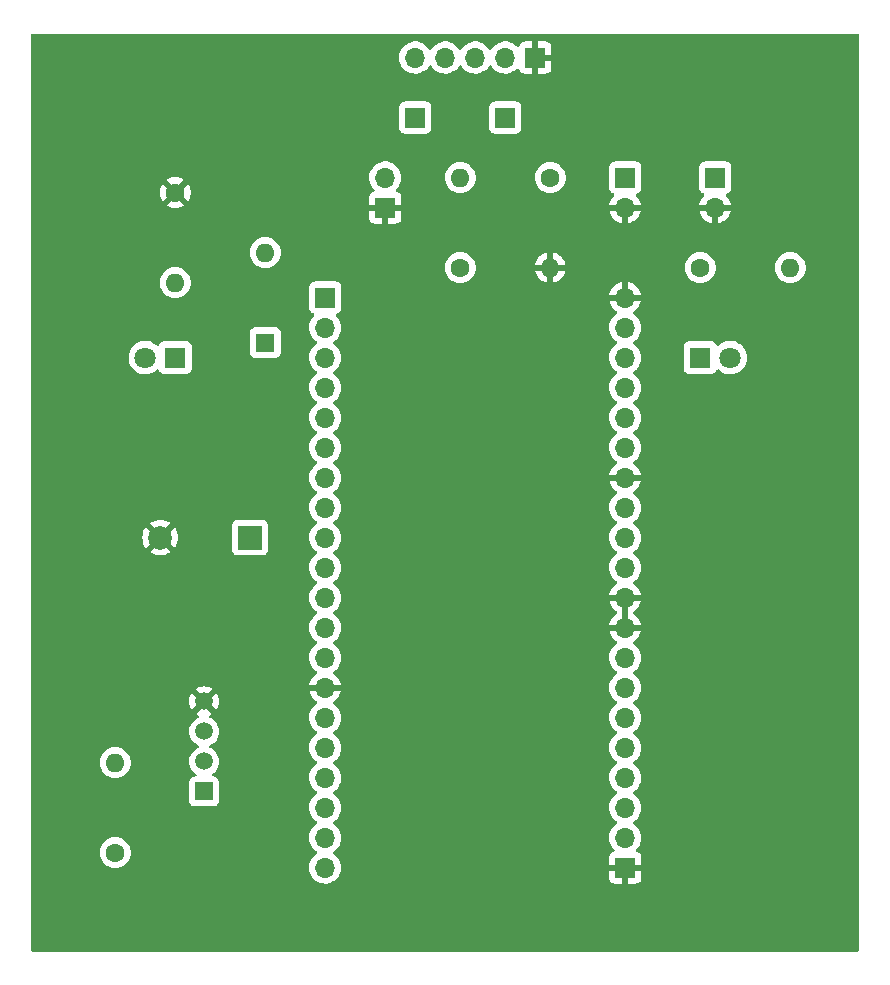
<source format=gbr>
%TF.GenerationSoftware,KiCad,Pcbnew,(6.0.5)*%
%TF.CreationDate,2022-08-03T18:34:55+02:00*%
%TF.ProjectId,Minimist1,4d696e69-6d69-4737-9431-2e6b69636164,rev?*%
%TF.SameCoordinates,Original*%
%TF.FileFunction,Copper,L1,Top*%
%TF.FilePolarity,Positive*%
%FSLAX46Y46*%
G04 Gerber Fmt 4.6, Leading zero omitted, Abs format (unit mm)*
G04 Created by KiCad (PCBNEW (6.0.5)) date 2022-08-03 18:34:55*
%MOMM*%
%LPD*%
G01*
G04 APERTURE LIST*
%TA.AperFunction,ComponentPad*%
%ADD10R,2.000000X2.000000*%
%TD*%
%TA.AperFunction,ComponentPad*%
%ADD11C,2.000000*%
%TD*%
%TA.AperFunction,ComponentPad*%
%ADD12R,1.800000X1.800000*%
%TD*%
%TA.AperFunction,ComponentPad*%
%ADD13C,1.800000*%
%TD*%
%TA.AperFunction,ComponentPad*%
%ADD14C,1.600000*%
%TD*%
%TA.AperFunction,ComponentPad*%
%ADD15O,1.600000X1.600000*%
%TD*%
%TA.AperFunction,ComponentPad*%
%ADD16R,1.700000X1.700000*%
%TD*%
%TA.AperFunction,ComponentPad*%
%ADD17O,1.700000X1.700000*%
%TD*%
%TA.AperFunction,ComponentPad*%
%ADD18R,1.500000X1.500000*%
%TD*%
%TA.AperFunction,ComponentPad*%
%ADD19C,1.500000*%
%TD*%
%TA.AperFunction,ComponentPad*%
%ADD20R,1.600000X1.600000*%
%TD*%
G04 APERTURE END LIST*
D10*
%TO.P,BZ1,1,-*%
%TO.N,/Buzzer*%
X158740000Y-86360000D03*
D11*
%TO.P,BZ1,2,+*%
%TO.N,GND*%
X151140000Y-86360000D03*
%TD*%
D12*
%TO.P,LED1,1,K*%
%TO.N,Net-(LED1-Pad1)*%
X152400000Y-71120000D03*
D13*
%TO.P,LED1,2,A*%
%TO.N,Net-(J1-Pad13)*%
X149860000Y-71120000D03*
%TD*%
D12*
%TO.P,D2,1,K*%
%TO.N,Net-(D2-Pad1)*%
X196850000Y-71120000D03*
D13*
%TO.P,D2,2,A*%
%TO.N,Net-(D2-Pad2)*%
X199390000Y-71120000D03*
%TD*%
D14*
%TO.P,R3,1*%
%TO.N,Net-(D2-Pad1)*%
X196850000Y-63500000D03*
D15*
%TO.P,R3,2*%
%TO.N,0*%
X204470000Y-63500000D03*
%TD*%
D16*
%TO.P,J3,1,Pin_1*%
%TO.N,GND*%
X190500000Y-114300000D03*
D17*
%TO.P,J3,2,Pin_2*%
%TO.N,unconnected-(J3-Pad2)*%
X190500000Y-111760000D03*
%TO.P,J3,3,Pin_3*%
%TO.N,unconnected-(J3-Pad3)*%
X190500000Y-109220000D03*
%TO.P,J3,4,Pin_4*%
%TO.N,unconnected-(J3-Pad4)*%
X190500000Y-106680000D03*
%TO.P,J3,5,Pin_5*%
%TO.N,Net-(D2-Pad2)*%
X190500000Y-104140000D03*
%TO.P,J3,6,Pin_6*%
%TO.N,unconnected-(J3-Pad6)*%
X190500000Y-101600000D03*
%TO.P,J3,7,Pin_7*%
%TO.N,unconnected-(J3-Pad7)*%
X190500000Y-99060000D03*
%TO.P,J3,8,Pin_8*%
%TO.N,unconnected-(J3-Pad8)*%
X190500000Y-96520000D03*
%TO.P,J3,9,Pin_9*%
%TO.N,GND*%
X190500000Y-93980000D03*
%TO.P,J3,10,Pin_10*%
X190500000Y-91440000D03*
%TO.P,J3,11,Pin_11*%
%TO.N,unconnected-(J3-Pad11)*%
X190500000Y-88900000D03*
%TO.P,J3,12,Pin_12*%
%TO.N,unconnected-(J3-Pad12)*%
X190500000Y-86360000D03*
%TO.P,J3,13,Pin_13*%
%TO.N,unconnected-(J3-Pad13)*%
X190500000Y-83820000D03*
%TO.P,J3,14,Pin_14*%
%TO.N,GND*%
X190500000Y-81280000D03*
%TO.P,J3,15,Pin_15*%
%TO.N,unconnected-(J3-Pad15)*%
X190500000Y-78740000D03*
%TO.P,J3,16,Pin_16*%
%TO.N,unconnected-(J3-Pad16)*%
X190500000Y-76200000D03*
%TO.P,J3,17,Pin_17*%
%TO.N,unconnected-(J3-Pad17)*%
X190500000Y-73660000D03*
%TO.P,J3,18,Pin_18*%
%TO.N,unconnected-(J3-Pad18)*%
X190500000Y-71120000D03*
%TO.P,J3,19,Pin_19*%
%TO.N,unconnected-(J3-Pad19)*%
X190500000Y-68580000D03*
%TO.P,J3,20,Pin_20*%
%TO.N,GND*%
X190500000Y-66040000D03*
%TD*%
D14*
%TO.P,R2,1*%
%TO.N,GND*%
X152400000Y-57150000D03*
D15*
%TO.P,R2,2*%
%TO.N,Net-(LED1-Pad1)*%
X152400000Y-64770000D03*
%TD*%
D14*
%TO.P,R1,1*%
%TO.N,VCC*%
X147320000Y-113030000D03*
D15*
%TO.P,R1,2*%
%TO.N,/DHT11_IN*%
X147320000Y-105410000D03*
%TD*%
D18*
%TO.P,U1,1,VCC*%
%TO.N,VCC*%
X154842500Y-107852500D03*
D19*
%TO.P,U1,2,IO*%
%TO.N,/DHT11_IN*%
X154842500Y-105312500D03*
%TO.P,U1,3,NC*%
%TO.N,unconnected-(U1-Pad3)*%
X154842500Y-102772500D03*
%TO.P,U1,4,GND*%
%TO.N,GND*%
X154842500Y-100232500D03*
%TD*%
D20*
%TO.P,D3,1,K*%
%TO.N,Net-(D3-Pad1)*%
X160020000Y-69850000D03*
D15*
%TO.P,D3,2,A*%
%TO.N,/Solar*%
X160020000Y-62230000D03*
%TD*%
D16*
%TO.P,J2,1,Pin_1*%
%TO.N,GND*%
X182880000Y-45720000D03*
D17*
%TO.P,J2,2,Pin_2*%
%TO.N,unconnected-(J2-Pad2)*%
X180340000Y-45720000D03*
%TO.P,J2,3,Pin_3*%
%TO.N,unconnected-(J2-Pad3)*%
X177800000Y-45720000D03*
%TO.P,J2,4,Pin_4*%
%TO.N,/Solar*%
X175260000Y-45720000D03*
%TO.P,J2,5,Pin_5*%
%TO.N,unconnected-(J2-Pad5)*%
X172720000Y-45720000D03*
%TD*%
D16*
%TO.P,J1,1,Pin_1*%
%TO.N,/3.3V*%
X165100000Y-66040000D03*
D17*
%TO.P,J1,2,Pin_2*%
%TO.N,unconnected-(J1-Pad2)*%
X165100000Y-68580000D03*
%TO.P,J1,3,Pin_3*%
%TO.N,unconnected-(J1-Pad3)*%
X165100000Y-71120000D03*
%TO.P,J1,4,Pin_4*%
%TO.N,unconnected-(J1-Pad4)*%
X165100000Y-73660000D03*
%TO.P,J1,5,Pin_5*%
%TO.N,unconnected-(J1-Pad5)*%
X165100000Y-76200000D03*
%TO.P,J1,6,Pin_6*%
%TO.N,unconnected-(J1-Pad6)*%
X165100000Y-78740000D03*
%TO.P,J1,7,Pin_7*%
%TO.N,Net-(D3-Pad1)*%
X165100000Y-81280000D03*
%TO.P,J1,8,Pin_8*%
%TO.N,/Battery*%
X165100000Y-83820000D03*
%TO.P,J1,9,Pin_9*%
%TO.N,unconnected-(J1-Pad9)*%
X165100000Y-86360000D03*
%TO.P,J1,10,Pin_10*%
%TO.N,unconnected-(J1-Pad10)*%
X165100000Y-88900000D03*
%TO.P,J1,11,Pin_11*%
%TO.N,unconnected-(J1-Pad11)*%
X165100000Y-91440000D03*
%TO.P,J1,12,Pin_12*%
%TO.N,/Buzzer*%
X165100000Y-93980000D03*
%TO.P,J1,13,Pin_13*%
%TO.N,Net-(J1-Pad13)*%
X165100000Y-96520000D03*
%TO.P,J1,14,Pin_14*%
%TO.N,GND*%
X165100000Y-99060000D03*
%TO.P,J1,15,Pin_15*%
%TO.N,/DHT11_IN*%
X165100000Y-101600000D03*
%TO.P,J1,16,Pin_16*%
%TO.N,unconnected-(J1-Pad16)*%
X165100000Y-104140000D03*
%TO.P,J1,17,Pin_17*%
%TO.N,unconnected-(J1-Pad17)*%
X165100000Y-106680000D03*
%TO.P,J1,18,Pin_18*%
%TO.N,unconnected-(J1-Pad18)*%
X165100000Y-109220000D03*
%TO.P,J1,19,Pin_19*%
%TO.N,VCC*%
X165100000Y-111760000D03*
%TO.P,J1,20,Pin_20*%
X165100000Y-114300000D03*
%TD*%
D14*
%TO.P,R4,1*%
%TO.N,/Battery_Vin*%
X184150000Y-55880000D03*
D15*
%TO.P,R4,2*%
%TO.N,/Battery*%
X176530000Y-55880000D03*
%TD*%
D16*
%TO.P,VoltRegIn1,1,Pin_1*%
%TO.N,/Battery_Vin*%
X190500000Y-55880000D03*
D17*
%TO.P,VoltRegIn1,2,Pin_2*%
%TO.N,GND*%
X190500000Y-58420000D03*
%TD*%
D16*
%TO.P,BatteryIn1,1,Pin_1*%
%TO.N,/Battery_Vin*%
X198120000Y-55880000D03*
D17*
%TO.P,BatteryIn1,2,Pin_2*%
%TO.N,GND*%
X198120000Y-58420000D03*
%TD*%
D16*
%TO.P,switch2,1,Pin_1*%
%TO.N,/3.3V*%
X172720000Y-50800000D03*
%TD*%
D14*
%TO.P,R5,1*%
%TO.N,/Battery*%
X176530000Y-63500000D03*
D15*
%TO.P,R5,2*%
%TO.N,GND*%
X184150000Y-63500000D03*
%TD*%
D16*
%TO.P,switch1,1,Pin_1*%
%TO.N,/Vout*%
X180340000Y-50800000D03*
%TD*%
%TO.P,VoltRegOut1,1,Pin_1*%
%TO.N,GND*%
X170180000Y-58420000D03*
D17*
%TO.P,VoltRegOut1,2,Pin_2*%
%TO.N,/Vout*%
X170180000Y-55880000D03*
%TD*%
%TA.AperFunction,Conductor*%
%TO.N,GND*%
G36*
X210253621Y-43708502D02*
G01*
X210300114Y-43762158D01*
X210311500Y-43814500D01*
X210311500Y-121285500D01*
X210291498Y-121353621D01*
X210237842Y-121400114D01*
X210185500Y-121411500D01*
X140334500Y-121411500D01*
X140266379Y-121391498D01*
X140219886Y-121337842D01*
X140208500Y-121285500D01*
X140208500Y-113030000D01*
X146006502Y-113030000D01*
X146026457Y-113258087D01*
X146027881Y-113263400D01*
X146027881Y-113263402D01*
X146083941Y-113472617D01*
X146085716Y-113479243D01*
X146088039Y-113484224D01*
X146088039Y-113484225D01*
X146180151Y-113681762D01*
X146180154Y-113681767D01*
X146182477Y-113686749D01*
X146185634Y-113691257D01*
X146304281Y-113860702D01*
X146313802Y-113874300D01*
X146475700Y-114036198D01*
X146480208Y-114039355D01*
X146480211Y-114039357D01*
X146527319Y-114072342D01*
X146663251Y-114167523D01*
X146668233Y-114169846D01*
X146668238Y-114169849D01*
X146865775Y-114261961D01*
X146870757Y-114264284D01*
X146876065Y-114265706D01*
X146876067Y-114265707D01*
X147086598Y-114322119D01*
X147086600Y-114322119D01*
X147091913Y-114323543D01*
X147320000Y-114343498D01*
X147548087Y-114323543D01*
X147553400Y-114322119D01*
X147553402Y-114322119D01*
X147760246Y-114266695D01*
X163737251Y-114266695D01*
X163737548Y-114271848D01*
X163737548Y-114271851D01*
X163743011Y-114366590D01*
X163750110Y-114489715D01*
X163751247Y-114494761D01*
X163751248Y-114494767D01*
X163765606Y-114558475D01*
X163799222Y-114707639D01*
X163883266Y-114914616D01*
X163999987Y-115105088D01*
X164146250Y-115273938D01*
X164318126Y-115416632D01*
X164511000Y-115529338D01*
X164719692Y-115609030D01*
X164724760Y-115610061D01*
X164724763Y-115610062D01*
X164832017Y-115631883D01*
X164938597Y-115653567D01*
X164943772Y-115653757D01*
X164943774Y-115653757D01*
X165156673Y-115661564D01*
X165156677Y-115661564D01*
X165161837Y-115661753D01*
X165166957Y-115661097D01*
X165166959Y-115661097D01*
X165378288Y-115634025D01*
X165378289Y-115634025D01*
X165383416Y-115633368D01*
X165388366Y-115631883D01*
X165592429Y-115570661D01*
X165592434Y-115570659D01*
X165597384Y-115569174D01*
X165797994Y-115470896D01*
X165979860Y-115341173D01*
X166126877Y-115194669D01*
X189142001Y-115194669D01*
X189142371Y-115201490D01*
X189147895Y-115252352D01*
X189151521Y-115267604D01*
X189196676Y-115388054D01*
X189205214Y-115403649D01*
X189281715Y-115505724D01*
X189294276Y-115518285D01*
X189396351Y-115594786D01*
X189411946Y-115603324D01*
X189532394Y-115648478D01*
X189547649Y-115652105D01*
X189598514Y-115657631D01*
X189605328Y-115658000D01*
X190227885Y-115658000D01*
X190243124Y-115653525D01*
X190244329Y-115652135D01*
X190246000Y-115644452D01*
X190246000Y-115639884D01*
X190754000Y-115639884D01*
X190758475Y-115655123D01*
X190759865Y-115656328D01*
X190767548Y-115657999D01*
X191394669Y-115657999D01*
X191401490Y-115657629D01*
X191452352Y-115652105D01*
X191467604Y-115648479D01*
X191588054Y-115603324D01*
X191603649Y-115594786D01*
X191705724Y-115518285D01*
X191718285Y-115505724D01*
X191794786Y-115403649D01*
X191803324Y-115388054D01*
X191848478Y-115267606D01*
X191852105Y-115252351D01*
X191857631Y-115201486D01*
X191858000Y-115194672D01*
X191858000Y-114572115D01*
X191853525Y-114556876D01*
X191852135Y-114555671D01*
X191844452Y-114554000D01*
X190772115Y-114554000D01*
X190756876Y-114558475D01*
X190755671Y-114559865D01*
X190754000Y-114567548D01*
X190754000Y-115639884D01*
X190246000Y-115639884D01*
X190246000Y-114572115D01*
X190241525Y-114556876D01*
X190240135Y-114555671D01*
X190232452Y-114554000D01*
X189160116Y-114554000D01*
X189144877Y-114558475D01*
X189143672Y-114559865D01*
X189142001Y-114567548D01*
X189142001Y-115194669D01*
X166126877Y-115194669D01*
X166138096Y-115183489D01*
X166197594Y-115100689D01*
X166265435Y-115006277D01*
X166268453Y-115002077D01*
X166367430Y-114801811D01*
X166432370Y-114588069D01*
X166461529Y-114366590D01*
X166463156Y-114300000D01*
X166444852Y-114077361D01*
X166390431Y-113860702D01*
X166301354Y-113655840D01*
X166261906Y-113594862D01*
X166182822Y-113472617D01*
X166182820Y-113472614D01*
X166180014Y-113468277D01*
X166029670Y-113303051D01*
X166025619Y-113299852D01*
X166025615Y-113299848D01*
X165858414Y-113167800D01*
X165858410Y-113167798D01*
X165854359Y-113164598D01*
X165813053Y-113141796D01*
X165763084Y-113091364D01*
X165748312Y-113021921D01*
X165773428Y-112955516D01*
X165800780Y-112928909D01*
X165844603Y-112897650D01*
X165979860Y-112801173D01*
X166004323Y-112776796D01*
X166134435Y-112647137D01*
X166138096Y-112643489D01*
X166197594Y-112560689D01*
X166265435Y-112466277D01*
X166268453Y-112462077D01*
X166312354Y-112373251D01*
X166365136Y-112266453D01*
X166365137Y-112266451D01*
X166367430Y-112261811D01*
X166432370Y-112048069D01*
X166461529Y-111826590D01*
X166462227Y-111798039D01*
X166463074Y-111763365D01*
X166463074Y-111763361D01*
X166463156Y-111760000D01*
X166460418Y-111726695D01*
X189137251Y-111726695D01*
X189137548Y-111731848D01*
X189137548Y-111731851D01*
X189143011Y-111826590D01*
X189150110Y-111949715D01*
X189151247Y-111954761D01*
X189151248Y-111954767D01*
X189166806Y-112023802D01*
X189199222Y-112167639D01*
X189283266Y-112374616D01*
X189399987Y-112565088D01*
X189546250Y-112733938D01*
X189550225Y-112737238D01*
X189550231Y-112737244D01*
X189555425Y-112741556D01*
X189595059Y-112800460D01*
X189596555Y-112871441D01*
X189559439Y-112931962D01*
X189519168Y-112956480D01*
X189411946Y-112996676D01*
X189396351Y-113005214D01*
X189294276Y-113081715D01*
X189281715Y-113094276D01*
X189205214Y-113196351D01*
X189196676Y-113211946D01*
X189151522Y-113332394D01*
X189147895Y-113347649D01*
X189142369Y-113398514D01*
X189142000Y-113405328D01*
X189142000Y-114027885D01*
X189146475Y-114043124D01*
X189147865Y-114044329D01*
X189155548Y-114046000D01*
X191839884Y-114046000D01*
X191855123Y-114041525D01*
X191856328Y-114040135D01*
X191857999Y-114032452D01*
X191857999Y-113405331D01*
X191857629Y-113398510D01*
X191852105Y-113347648D01*
X191848479Y-113332396D01*
X191803324Y-113211946D01*
X191794786Y-113196351D01*
X191718285Y-113094276D01*
X191705724Y-113081715D01*
X191603649Y-113005214D01*
X191588054Y-112996676D01*
X191477813Y-112955348D01*
X191421049Y-112912706D01*
X191396349Y-112846145D01*
X191411557Y-112776796D01*
X191433104Y-112748115D01*
X191534430Y-112647144D01*
X191534440Y-112647132D01*
X191538096Y-112643489D01*
X191597594Y-112560689D01*
X191665435Y-112466277D01*
X191668453Y-112462077D01*
X191712354Y-112373251D01*
X191765136Y-112266453D01*
X191765137Y-112266451D01*
X191767430Y-112261811D01*
X191832370Y-112048069D01*
X191861529Y-111826590D01*
X191862227Y-111798039D01*
X191863074Y-111763365D01*
X191863074Y-111763361D01*
X191863156Y-111760000D01*
X191844852Y-111537361D01*
X191790431Y-111320702D01*
X191701354Y-111115840D01*
X191580014Y-110928277D01*
X191429670Y-110763051D01*
X191425619Y-110759852D01*
X191425615Y-110759848D01*
X191258414Y-110627800D01*
X191258410Y-110627798D01*
X191254359Y-110624598D01*
X191213053Y-110601796D01*
X191163084Y-110551364D01*
X191148312Y-110481921D01*
X191173428Y-110415516D01*
X191200780Y-110388909D01*
X191244603Y-110357650D01*
X191379860Y-110261173D01*
X191538096Y-110103489D01*
X191597594Y-110020689D01*
X191665435Y-109926277D01*
X191668453Y-109922077D01*
X191767430Y-109721811D01*
X191832370Y-109508069D01*
X191861529Y-109286590D01*
X191863156Y-109220000D01*
X191844852Y-108997361D01*
X191790431Y-108780702D01*
X191701354Y-108575840D01*
X191580014Y-108388277D01*
X191429670Y-108223051D01*
X191425619Y-108219852D01*
X191425615Y-108219848D01*
X191258414Y-108087800D01*
X191258410Y-108087798D01*
X191254359Y-108084598D01*
X191213053Y-108061796D01*
X191163084Y-108011364D01*
X191148312Y-107941921D01*
X191173428Y-107875516D01*
X191200780Y-107848909D01*
X191244603Y-107817650D01*
X191379860Y-107721173D01*
X191538096Y-107563489D01*
X191597594Y-107480689D01*
X191665435Y-107386277D01*
X191668453Y-107382077D01*
X191767430Y-107181811D01*
X191807183Y-107050969D01*
X191830865Y-106973023D01*
X191830865Y-106973021D01*
X191832370Y-106968069D01*
X191861529Y-106746590D01*
X191863156Y-106680000D01*
X191844852Y-106457361D01*
X191790431Y-106240702D01*
X191701354Y-106035840D01*
X191638813Y-105939166D01*
X191582822Y-105852617D01*
X191582820Y-105852614D01*
X191580014Y-105848277D01*
X191429670Y-105683051D01*
X191425619Y-105679852D01*
X191425615Y-105679848D01*
X191258414Y-105547800D01*
X191258410Y-105547798D01*
X191254359Y-105544598D01*
X191213053Y-105521796D01*
X191163084Y-105471364D01*
X191148312Y-105401921D01*
X191173428Y-105335516D01*
X191200780Y-105308909D01*
X191244603Y-105277650D01*
X191379860Y-105181173D01*
X191538096Y-105023489D01*
X191597594Y-104940689D01*
X191665435Y-104846277D01*
X191668453Y-104842077D01*
X191712354Y-104753251D01*
X191765136Y-104646453D01*
X191765137Y-104646451D01*
X191767430Y-104641811D01*
X191832370Y-104428069D01*
X191861529Y-104206590D01*
X191862227Y-104178039D01*
X191863074Y-104143365D01*
X191863074Y-104143361D01*
X191863156Y-104140000D01*
X191844852Y-103917361D01*
X191790431Y-103700702D01*
X191701354Y-103495840D01*
X191580014Y-103308277D01*
X191429670Y-103143051D01*
X191425619Y-103139852D01*
X191425615Y-103139848D01*
X191258414Y-103007800D01*
X191258410Y-103007798D01*
X191254359Y-103004598D01*
X191213053Y-102981796D01*
X191163084Y-102931364D01*
X191148312Y-102861921D01*
X191173428Y-102795516D01*
X191200780Y-102768909D01*
X191244603Y-102737650D01*
X191379860Y-102641173D01*
X191538096Y-102483489D01*
X191597594Y-102400689D01*
X191665435Y-102306277D01*
X191668453Y-102302077D01*
X191748138Y-102140847D01*
X191765136Y-102106453D01*
X191765137Y-102106451D01*
X191767430Y-102101811D01*
X191832370Y-101888069D01*
X191861529Y-101666590D01*
X191863156Y-101600000D01*
X191844852Y-101377361D01*
X191790431Y-101160702D01*
X191701354Y-100955840D01*
X191580014Y-100768277D01*
X191429670Y-100603051D01*
X191425619Y-100599852D01*
X191425615Y-100599848D01*
X191258414Y-100467800D01*
X191258410Y-100467798D01*
X191254359Y-100464598D01*
X191213053Y-100441796D01*
X191163084Y-100391364D01*
X191148312Y-100321921D01*
X191173428Y-100255516D01*
X191200780Y-100228909D01*
X191244603Y-100197650D01*
X191379860Y-100101173D01*
X191538096Y-99943489D01*
X191597594Y-99860689D01*
X191665435Y-99766277D01*
X191668453Y-99762077D01*
X191767430Y-99561811D01*
X191832370Y-99348069D01*
X191861529Y-99126590D01*
X191863156Y-99060000D01*
X191844852Y-98837361D01*
X191790431Y-98620702D01*
X191701354Y-98415840D01*
X191580014Y-98228277D01*
X191429670Y-98063051D01*
X191425619Y-98059852D01*
X191425615Y-98059848D01*
X191258414Y-97927800D01*
X191258410Y-97927798D01*
X191254359Y-97924598D01*
X191213053Y-97901796D01*
X191163084Y-97851364D01*
X191148312Y-97781921D01*
X191173428Y-97715516D01*
X191200780Y-97688909D01*
X191244603Y-97657650D01*
X191379860Y-97561173D01*
X191538096Y-97403489D01*
X191597594Y-97320689D01*
X191665435Y-97226277D01*
X191668453Y-97222077D01*
X191767430Y-97021811D01*
X191832370Y-96808069D01*
X191861529Y-96586590D01*
X191863156Y-96520000D01*
X191844852Y-96297361D01*
X191790431Y-96080702D01*
X191701354Y-95875840D01*
X191580014Y-95688277D01*
X191429670Y-95523051D01*
X191425619Y-95519852D01*
X191425615Y-95519848D01*
X191258414Y-95387800D01*
X191258410Y-95387798D01*
X191254359Y-95384598D01*
X191212569Y-95361529D01*
X191162598Y-95311097D01*
X191147826Y-95241654D01*
X191172942Y-95175248D01*
X191200294Y-95148641D01*
X191375328Y-95023792D01*
X191383200Y-95017139D01*
X191534052Y-94866812D01*
X191540730Y-94858965D01*
X191665003Y-94686020D01*
X191670313Y-94677183D01*
X191764670Y-94486267D01*
X191768469Y-94476672D01*
X191830377Y-94272910D01*
X191832555Y-94262837D01*
X191833986Y-94251962D01*
X191831775Y-94237778D01*
X191818617Y-94234000D01*
X189183225Y-94234000D01*
X189169694Y-94237973D01*
X189168257Y-94247966D01*
X189198565Y-94382446D01*
X189201645Y-94392275D01*
X189281770Y-94589603D01*
X189286413Y-94598794D01*
X189397694Y-94780388D01*
X189403777Y-94788699D01*
X189543213Y-94949667D01*
X189550580Y-94956883D01*
X189714434Y-95092916D01*
X189722881Y-95098831D01*
X189791969Y-95139203D01*
X189840693Y-95190842D01*
X189853764Y-95260625D01*
X189827033Y-95326396D01*
X189786584Y-95359752D01*
X189773607Y-95366507D01*
X189769474Y-95369610D01*
X189769471Y-95369612D01*
X189745247Y-95387800D01*
X189594965Y-95500635D01*
X189440629Y-95662138D01*
X189314743Y-95846680D01*
X189220688Y-96049305D01*
X189160989Y-96264570D01*
X189137251Y-96486695D01*
X189137548Y-96491848D01*
X189137548Y-96491851D01*
X189143011Y-96586590D01*
X189150110Y-96709715D01*
X189151247Y-96714761D01*
X189151248Y-96714767D01*
X189171119Y-96802939D01*
X189199222Y-96927639D01*
X189283266Y-97134616D01*
X189399987Y-97325088D01*
X189546250Y-97493938D01*
X189718126Y-97636632D01*
X189788595Y-97677811D01*
X189791445Y-97679476D01*
X189840169Y-97731114D01*
X189853240Y-97800897D01*
X189826509Y-97866669D01*
X189786055Y-97900027D01*
X189773607Y-97906507D01*
X189769474Y-97909610D01*
X189769471Y-97909612D01*
X189745247Y-97927800D01*
X189594965Y-98040635D01*
X189440629Y-98202138D01*
X189437715Y-98206410D01*
X189437714Y-98206411D01*
X189425404Y-98224457D01*
X189314743Y-98386680D01*
X189220688Y-98589305D01*
X189160989Y-98804570D01*
X189137251Y-99026695D01*
X189137548Y-99031848D01*
X189137548Y-99031851D01*
X189143011Y-99126590D01*
X189150110Y-99249715D01*
X189151247Y-99254761D01*
X189151248Y-99254767D01*
X189164597Y-99314000D01*
X189199222Y-99467639D01*
X189283266Y-99674616D01*
X189285965Y-99679020D01*
X189397163Y-99860479D01*
X189399987Y-99865088D01*
X189546250Y-100033938D01*
X189718126Y-100176632D01*
X189788595Y-100217811D01*
X189791445Y-100219476D01*
X189840169Y-100271114D01*
X189853240Y-100340897D01*
X189826509Y-100406669D01*
X189786055Y-100440027D01*
X189773607Y-100446507D01*
X189769474Y-100449610D01*
X189769471Y-100449612D01*
X189745247Y-100467800D01*
X189594965Y-100580635D01*
X189440629Y-100742138D01*
X189314743Y-100926680D01*
X189220688Y-101129305D01*
X189160989Y-101344570D01*
X189137251Y-101566695D01*
X189137548Y-101571848D01*
X189137548Y-101571851D01*
X189143011Y-101666590D01*
X189150110Y-101789715D01*
X189151247Y-101794761D01*
X189151248Y-101794767D01*
X189171119Y-101882939D01*
X189199222Y-102007639D01*
X189283266Y-102214616D01*
X189285965Y-102219020D01*
X189363616Y-102345735D01*
X189399987Y-102405088D01*
X189546250Y-102573938D01*
X189718126Y-102716632D01*
X189788595Y-102757811D01*
X189791445Y-102759476D01*
X189840169Y-102811114D01*
X189853240Y-102880897D01*
X189826509Y-102946669D01*
X189786055Y-102980027D01*
X189773607Y-102986507D01*
X189769474Y-102989610D01*
X189769471Y-102989612D01*
X189745247Y-103007800D01*
X189594965Y-103120635D01*
X189440629Y-103282138D01*
X189314743Y-103466680D01*
X189220688Y-103669305D01*
X189160989Y-103884570D01*
X189137251Y-104106695D01*
X189137548Y-104111848D01*
X189137548Y-104111851D01*
X189143011Y-104206590D01*
X189150110Y-104329715D01*
X189151247Y-104334761D01*
X189151248Y-104334767D01*
X189166806Y-104403802D01*
X189199222Y-104547639D01*
X189283266Y-104754616D01*
X189285965Y-104759020D01*
X189363616Y-104885735D01*
X189399987Y-104945088D01*
X189546250Y-105113938D01*
X189718126Y-105256632D01*
X189788595Y-105297811D01*
X189791445Y-105299476D01*
X189840169Y-105351114D01*
X189853240Y-105420897D01*
X189826509Y-105486669D01*
X189786055Y-105520027D01*
X189773607Y-105526507D01*
X189769474Y-105529610D01*
X189769471Y-105529612D01*
X189624996Y-105638087D01*
X189594965Y-105660635D01*
X189440629Y-105822138D01*
X189314743Y-106006680D01*
X189220688Y-106209305D01*
X189160989Y-106424570D01*
X189137251Y-106646695D01*
X189137548Y-106651848D01*
X189137548Y-106651851D01*
X189143001Y-106746419D01*
X189150110Y-106869715D01*
X189151247Y-106874761D01*
X189151248Y-106874767D01*
X189171119Y-106962939D01*
X189199222Y-107087639D01*
X189283266Y-107294616D01*
X189399987Y-107485088D01*
X189546250Y-107653938D01*
X189718126Y-107796632D01*
X189788595Y-107837811D01*
X189791445Y-107839476D01*
X189840169Y-107891114D01*
X189853240Y-107960897D01*
X189826509Y-108026669D01*
X189786055Y-108060027D01*
X189773607Y-108066507D01*
X189769474Y-108069610D01*
X189769471Y-108069612D01*
X189745247Y-108087800D01*
X189594965Y-108200635D01*
X189440629Y-108362138D01*
X189314743Y-108546680D01*
X189299003Y-108580590D01*
X189237626Y-108712816D01*
X189220688Y-108749305D01*
X189160989Y-108964570D01*
X189137251Y-109186695D01*
X189137548Y-109191848D01*
X189137548Y-109191851D01*
X189143011Y-109286590D01*
X189150110Y-109409715D01*
X189151247Y-109414761D01*
X189151248Y-109414767D01*
X189171119Y-109502939D01*
X189199222Y-109627639D01*
X189283266Y-109834616D01*
X189399987Y-110025088D01*
X189546250Y-110193938D01*
X189718126Y-110336632D01*
X189788595Y-110377811D01*
X189791445Y-110379476D01*
X189840169Y-110431114D01*
X189853240Y-110500897D01*
X189826509Y-110566669D01*
X189786055Y-110600027D01*
X189773607Y-110606507D01*
X189769474Y-110609610D01*
X189769471Y-110609612D01*
X189745247Y-110627800D01*
X189594965Y-110740635D01*
X189440629Y-110902138D01*
X189314743Y-111086680D01*
X189220688Y-111289305D01*
X189160989Y-111504570D01*
X189137251Y-111726695D01*
X166460418Y-111726695D01*
X166444852Y-111537361D01*
X166390431Y-111320702D01*
X166301354Y-111115840D01*
X166180014Y-110928277D01*
X166029670Y-110763051D01*
X166025619Y-110759852D01*
X166025615Y-110759848D01*
X165858414Y-110627800D01*
X165858410Y-110627798D01*
X165854359Y-110624598D01*
X165813053Y-110601796D01*
X165763084Y-110551364D01*
X165748312Y-110481921D01*
X165773428Y-110415516D01*
X165800780Y-110388909D01*
X165844603Y-110357650D01*
X165979860Y-110261173D01*
X166138096Y-110103489D01*
X166197594Y-110020689D01*
X166265435Y-109926277D01*
X166268453Y-109922077D01*
X166367430Y-109721811D01*
X166432370Y-109508069D01*
X166461529Y-109286590D01*
X166463156Y-109220000D01*
X166444852Y-108997361D01*
X166390431Y-108780702D01*
X166301354Y-108575840D01*
X166180014Y-108388277D01*
X166029670Y-108223051D01*
X166025619Y-108219852D01*
X166025615Y-108219848D01*
X165858414Y-108087800D01*
X165858410Y-108087798D01*
X165854359Y-108084598D01*
X165813053Y-108061796D01*
X165763084Y-108011364D01*
X165748312Y-107941921D01*
X165773428Y-107875516D01*
X165800780Y-107848909D01*
X165844603Y-107817650D01*
X165979860Y-107721173D01*
X166138096Y-107563489D01*
X166197594Y-107480689D01*
X166265435Y-107386277D01*
X166268453Y-107382077D01*
X166367430Y-107181811D01*
X166407183Y-107050969D01*
X166430865Y-106973023D01*
X166430865Y-106973021D01*
X166432370Y-106968069D01*
X166461529Y-106746590D01*
X166463156Y-106680000D01*
X166444852Y-106457361D01*
X166390431Y-106240702D01*
X166301354Y-106035840D01*
X166238813Y-105939166D01*
X166182822Y-105852617D01*
X166182820Y-105852614D01*
X166180014Y-105848277D01*
X166029670Y-105683051D01*
X166025619Y-105679852D01*
X166025615Y-105679848D01*
X165858414Y-105547800D01*
X165858410Y-105547798D01*
X165854359Y-105544598D01*
X165813053Y-105521796D01*
X165763084Y-105471364D01*
X165748312Y-105401921D01*
X165773428Y-105335516D01*
X165800780Y-105308909D01*
X165844603Y-105277650D01*
X165979860Y-105181173D01*
X166138096Y-105023489D01*
X166197594Y-104940689D01*
X166265435Y-104846277D01*
X166268453Y-104842077D01*
X166312354Y-104753251D01*
X166365136Y-104646453D01*
X166365137Y-104646451D01*
X166367430Y-104641811D01*
X166432370Y-104428069D01*
X166461529Y-104206590D01*
X166462227Y-104178039D01*
X166463074Y-104143365D01*
X166463074Y-104143361D01*
X166463156Y-104140000D01*
X166444852Y-103917361D01*
X166390431Y-103700702D01*
X166301354Y-103495840D01*
X166180014Y-103308277D01*
X166029670Y-103143051D01*
X166025619Y-103139852D01*
X166025615Y-103139848D01*
X165858414Y-103007800D01*
X165858410Y-103007798D01*
X165854359Y-103004598D01*
X165813053Y-102981796D01*
X165763084Y-102931364D01*
X165748312Y-102861921D01*
X165773428Y-102795516D01*
X165800780Y-102768909D01*
X165844603Y-102737650D01*
X165979860Y-102641173D01*
X166138096Y-102483489D01*
X166197594Y-102400689D01*
X166265435Y-102306277D01*
X166268453Y-102302077D01*
X166348138Y-102140847D01*
X166365136Y-102106453D01*
X166365137Y-102106451D01*
X166367430Y-102101811D01*
X166432370Y-101888069D01*
X166461529Y-101666590D01*
X166463156Y-101600000D01*
X166444852Y-101377361D01*
X166390431Y-101160702D01*
X166301354Y-100955840D01*
X166180014Y-100768277D01*
X166029670Y-100603051D01*
X166025619Y-100599852D01*
X166025615Y-100599848D01*
X165858414Y-100467800D01*
X165858410Y-100467798D01*
X165854359Y-100464598D01*
X165812569Y-100441529D01*
X165762598Y-100391097D01*
X165747826Y-100321654D01*
X165772942Y-100255248D01*
X165800294Y-100228641D01*
X165975328Y-100103792D01*
X165983200Y-100097139D01*
X166134052Y-99946812D01*
X166140730Y-99938965D01*
X166265003Y-99766020D01*
X166270313Y-99757183D01*
X166364670Y-99566267D01*
X166368469Y-99556672D01*
X166430377Y-99352910D01*
X166432555Y-99342837D01*
X166433986Y-99331962D01*
X166431775Y-99317778D01*
X166418617Y-99314000D01*
X163783225Y-99314000D01*
X163769694Y-99317973D01*
X163768257Y-99327966D01*
X163798565Y-99462446D01*
X163801645Y-99472275D01*
X163881770Y-99669603D01*
X163886413Y-99678794D01*
X163997694Y-99860388D01*
X164003777Y-99868699D01*
X164143213Y-100029667D01*
X164150580Y-100036883D01*
X164314434Y-100172916D01*
X164322881Y-100178831D01*
X164391969Y-100219203D01*
X164440693Y-100270842D01*
X164453764Y-100340625D01*
X164427033Y-100406396D01*
X164386584Y-100439752D01*
X164373607Y-100446507D01*
X164369474Y-100449610D01*
X164369471Y-100449612D01*
X164345247Y-100467800D01*
X164194965Y-100580635D01*
X164040629Y-100742138D01*
X163914743Y-100926680D01*
X163820688Y-101129305D01*
X163760989Y-101344570D01*
X163737251Y-101566695D01*
X163737548Y-101571848D01*
X163737548Y-101571851D01*
X163743011Y-101666590D01*
X163750110Y-101789715D01*
X163751247Y-101794761D01*
X163751248Y-101794767D01*
X163771119Y-101882939D01*
X163799222Y-102007639D01*
X163883266Y-102214616D01*
X163885965Y-102219020D01*
X163963616Y-102345735D01*
X163999987Y-102405088D01*
X164146250Y-102573938D01*
X164318126Y-102716632D01*
X164388595Y-102757811D01*
X164391445Y-102759476D01*
X164440169Y-102811114D01*
X164453240Y-102880897D01*
X164426509Y-102946669D01*
X164386055Y-102980027D01*
X164373607Y-102986507D01*
X164369474Y-102989610D01*
X164369471Y-102989612D01*
X164345247Y-103007800D01*
X164194965Y-103120635D01*
X164040629Y-103282138D01*
X163914743Y-103466680D01*
X163820688Y-103669305D01*
X163760989Y-103884570D01*
X163737251Y-104106695D01*
X163737548Y-104111848D01*
X163737548Y-104111851D01*
X163743011Y-104206590D01*
X163750110Y-104329715D01*
X163751247Y-104334761D01*
X163751248Y-104334767D01*
X163766806Y-104403802D01*
X163799222Y-104547639D01*
X163883266Y-104754616D01*
X163885965Y-104759020D01*
X163963616Y-104885735D01*
X163999987Y-104945088D01*
X164146250Y-105113938D01*
X164318126Y-105256632D01*
X164388595Y-105297811D01*
X164391445Y-105299476D01*
X164440169Y-105351114D01*
X164453240Y-105420897D01*
X164426509Y-105486669D01*
X164386055Y-105520027D01*
X164373607Y-105526507D01*
X164369474Y-105529610D01*
X164369471Y-105529612D01*
X164224996Y-105638087D01*
X164194965Y-105660635D01*
X164040629Y-105822138D01*
X163914743Y-106006680D01*
X163820688Y-106209305D01*
X163760989Y-106424570D01*
X163737251Y-106646695D01*
X163737548Y-106651848D01*
X163737548Y-106651851D01*
X163743001Y-106746419D01*
X163750110Y-106869715D01*
X163751247Y-106874761D01*
X163751248Y-106874767D01*
X163771119Y-106962939D01*
X163799222Y-107087639D01*
X163883266Y-107294616D01*
X163999987Y-107485088D01*
X164146250Y-107653938D01*
X164318126Y-107796632D01*
X164388595Y-107837811D01*
X164391445Y-107839476D01*
X164440169Y-107891114D01*
X164453240Y-107960897D01*
X164426509Y-108026669D01*
X164386055Y-108060027D01*
X164373607Y-108066507D01*
X164369474Y-108069610D01*
X164369471Y-108069612D01*
X164345247Y-108087800D01*
X164194965Y-108200635D01*
X164040629Y-108362138D01*
X163914743Y-108546680D01*
X163899003Y-108580590D01*
X163837626Y-108712816D01*
X163820688Y-108749305D01*
X163760989Y-108964570D01*
X163737251Y-109186695D01*
X163737548Y-109191848D01*
X163737548Y-109191851D01*
X163743011Y-109286590D01*
X163750110Y-109409715D01*
X163751247Y-109414761D01*
X163751248Y-109414767D01*
X163771119Y-109502939D01*
X163799222Y-109627639D01*
X163883266Y-109834616D01*
X163999987Y-110025088D01*
X164146250Y-110193938D01*
X164318126Y-110336632D01*
X164388595Y-110377811D01*
X164391445Y-110379476D01*
X164440169Y-110431114D01*
X164453240Y-110500897D01*
X164426509Y-110566669D01*
X164386055Y-110600027D01*
X164373607Y-110606507D01*
X164369474Y-110609610D01*
X164369471Y-110609612D01*
X164345247Y-110627800D01*
X164194965Y-110740635D01*
X164040629Y-110902138D01*
X163914743Y-111086680D01*
X163820688Y-111289305D01*
X163760989Y-111504570D01*
X163737251Y-111726695D01*
X163737548Y-111731848D01*
X163737548Y-111731851D01*
X163743011Y-111826590D01*
X163750110Y-111949715D01*
X163751247Y-111954761D01*
X163751248Y-111954767D01*
X163766806Y-112023802D01*
X163799222Y-112167639D01*
X163883266Y-112374616D01*
X163999987Y-112565088D01*
X164146250Y-112733938D01*
X164318126Y-112876632D01*
X164379860Y-112912706D01*
X164391445Y-112919476D01*
X164440169Y-112971114D01*
X164453240Y-113040897D01*
X164426509Y-113106669D01*
X164386055Y-113140027D01*
X164373607Y-113146507D01*
X164369474Y-113149610D01*
X164369471Y-113149612D01*
X164224996Y-113258087D01*
X164194965Y-113280635D01*
X164040629Y-113442138D01*
X163914743Y-113626680D01*
X163820688Y-113829305D01*
X163760989Y-114044570D01*
X163737251Y-114266695D01*
X147760246Y-114266695D01*
X147763933Y-114265707D01*
X147763935Y-114265706D01*
X147769243Y-114264284D01*
X147774225Y-114261961D01*
X147971762Y-114169849D01*
X147971767Y-114169846D01*
X147976749Y-114167523D01*
X148112681Y-114072342D01*
X148159789Y-114039357D01*
X148159792Y-114039355D01*
X148164300Y-114036198D01*
X148326198Y-113874300D01*
X148335720Y-113860702D01*
X148454366Y-113691257D01*
X148457523Y-113686749D01*
X148459846Y-113681767D01*
X148459849Y-113681762D01*
X148551961Y-113484225D01*
X148551961Y-113484224D01*
X148554284Y-113479243D01*
X148556060Y-113472617D01*
X148612119Y-113263402D01*
X148612119Y-113263400D01*
X148613543Y-113258087D01*
X148633498Y-113030000D01*
X148613543Y-112801913D01*
X148594282Y-112730031D01*
X148555707Y-112586067D01*
X148555706Y-112586065D01*
X148554284Y-112580757D01*
X148548797Y-112568990D01*
X148459849Y-112378238D01*
X148459846Y-112378233D01*
X148457523Y-112373251D01*
X148326198Y-112185700D01*
X148164300Y-112023802D01*
X148159792Y-112020645D01*
X148159789Y-112020643D01*
X148051112Y-111944547D01*
X147976749Y-111892477D01*
X147971767Y-111890154D01*
X147971762Y-111890151D01*
X147774225Y-111798039D01*
X147774224Y-111798039D01*
X147769243Y-111795716D01*
X147763935Y-111794294D01*
X147763933Y-111794293D01*
X147553402Y-111737881D01*
X147553400Y-111737881D01*
X147548087Y-111736457D01*
X147320000Y-111716502D01*
X147091913Y-111736457D01*
X147086600Y-111737881D01*
X147086598Y-111737881D01*
X146876067Y-111794293D01*
X146876065Y-111794294D01*
X146870757Y-111795716D01*
X146865776Y-111798039D01*
X146865775Y-111798039D01*
X146668238Y-111890151D01*
X146668233Y-111890154D01*
X146663251Y-111892477D01*
X146588888Y-111944547D01*
X146480211Y-112020643D01*
X146480208Y-112020645D01*
X146475700Y-112023802D01*
X146313802Y-112185700D01*
X146182477Y-112373251D01*
X146180154Y-112378233D01*
X146180151Y-112378238D01*
X146091203Y-112568990D01*
X146085716Y-112580757D01*
X146084294Y-112586065D01*
X146084293Y-112586067D01*
X146045718Y-112730031D01*
X146026457Y-112801913D01*
X146006502Y-113030000D01*
X140208500Y-113030000D01*
X140208500Y-105410000D01*
X146006502Y-105410000D01*
X146026457Y-105638087D01*
X146027881Y-105643400D01*
X146027881Y-105643402D01*
X146083941Y-105852617D01*
X146085716Y-105859243D01*
X146088039Y-105864224D01*
X146088039Y-105864225D01*
X146180151Y-106061762D01*
X146180154Y-106061767D01*
X146182477Y-106066749D01*
X146225670Y-106128435D01*
X146304281Y-106240702D01*
X146313802Y-106254300D01*
X146475700Y-106416198D01*
X146480208Y-106419355D01*
X146480211Y-106419357D01*
X146524071Y-106450068D01*
X146663251Y-106547523D01*
X146668233Y-106549846D01*
X146668238Y-106549849D01*
X146865775Y-106641961D01*
X146870757Y-106644284D01*
X146876065Y-106645706D01*
X146876067Y-106645707D01*
X147086598Y-106702119D01*
X147086600Y-106702119D01*
X147091913Y-106703543D01*
X147320000Y-106723498D01*
X147548087Y-106703543D01*
X147553400Y-106702119D01*
X147553402Y-106702119D01*
X147763933Y-106645707D01*
X147763935Y-106645706D01*
X147769243Y-106644284D01*
X147774225Y-106641961D01*
X147971762Y-106549849D01*
X147971767Y-106549846D01*
X147976749Y-106547523D01*
X148115929Y-106450068D01*
X148159789Y-106419357D01*
X148159792Y-106419355D01*
X148164300Y-106416198D01*
X148326198Y-106254300D01*
X148335720Y-106240702D01*
X148414330Y-106128435D01*
X148457523Y-106066749D01*
X148459846Y-106061767D01*
X148459849Y-106061762D01*
X148551961Y-105864225D01*
X148551961Y-105864224D01*
X148554284Y-105859243D01*
X148556060Y-105852617D01*
X148612119Y-105643402D01*
X148612119Y-105643400D01*
X148613543Y-105638087D01*
X148633498Y-105410000D01*
X148624968Y-105312500D01*
X153579193Y-105312500D01*
X153598385Y-105531871D01*
X153655380Y-105744576D01*
X153657705Y-105749561D01*
X153746118Y-105939166D01*
X153746121Y-105939171D01*
X153748444Y-105944153D01*
X153751600Y-105948660D01*
X153751601Y-105948662D01*
X153834287Y-106066749D01*
X153874751Y-106124538D01*
X154030462Y-106280249D01*
X154034971Y-106283406D01*
X154034973Y-106283408D01*
X154151194Y-106364787D01*
X154195522Y-106420244D01*
X154202831Y-106490864D01*
X154170800Y-106554224D01*
X154109599Y-106590209D01*
X154078923Y-106594000D01*
X154044366Y-106594000D01*
X153982184Y-106600755D01*
X153845795Y-106651885D01*
X153729239Y-106739239D01*
X153641885Y-106855795D01*
X153590755Y-106992184D01*
X153584000Y-107054366D01*
X153584000Y-108650634D01*
X153590755Y-108712816D01*
X153641885Y-108849205D01*
X153729239Y-108965761D01*
X153845795Y-109053115D01*
X153982184Y-109104245D01*
X154044366Y-109111000D01*
X155640634Y-109111000D01*
X155702816Y-109104245D01*
X155839205Y-109053115D01*
X155955761Y-108965761D01*
X156043115Y-108849205D01*
X156094245Y-108712816D01*
X156101000Y-108650634D01*
X156101000Y-107054366D01*
X156094245Y-106992184D01*
X156043115Y-106855795D01*
X155955761Y-106739239D01*
X155839205Y-106651885D01*
X155702816Y-106600755D01*
X155640634Y-106594000D01*
X155606077Y-106594000D01*
X155537956Y-106573998D01*
X155491463Y-106520342D01*
X155481359Y-106450068D01*
X155510853Y-106385488D01*
X155533806Y-106364787D01*
X155650027Y-106283408D01*
X155650029Y-106283406D01*
X155654538Y-106280249D01*
X155810249Y-106124538D01*
X155850714Y-106066749D01*
X155933399Y-105948662D01*
X155933400Y-105948660D01*
X155936556Y-105944153D01*
X155938879Y-105939171D01*
X155938882Y-105939166D01*
X156027295Y-105749561D01*
X156029620Y-105744576D01*
X156086615Y-105531871D01*
X156105807Y-105312500D01*
X156086615Y-105093129D01*
X156029620Y-104880424D01*
X155970955Y-104754616D01*
X155938882Y-104685834D01*
X155938879Y-104685829D01*
X155936556Y-104680847D01*
X155855929Y-104565700D01*
X155813408Y-104504973D01*
X155813406Y-104504970D01*
X155810249Y-104500462D01*
X155654538Y-104344751D01*
X155640280Y-104334767D01*
X155555829Y-104275634D01*
X155474154Y-104218444D01*
X155469172Y-104216121D01*
X155469167Y-104216118D01*
X155341732Y-104156695D01*
X155288447Y-104109778D01*
X155268986Y-104041501D01*
X155289528Y-103973541D01*
X155341732Y-103928305D01*
X155469167Y-103868882D01*
X155469172Y-103868879D01*
X155474154Y-103866556D01*
X155654538Y-103740249D01*
X155810249Y-103584538D01*
X155895771Y-103462401D01*
X155933399Y-103408662D01*
X155933400Y-103408660D01*
X155936556Y-103404153D01*
X155938879Y-103399171D01*
X155938882Y-103399166D01*
X156027295Y-103209561D01*
X156029620Y-103204576D01*
X156086615Y-102991871D01*
X156105807Y-102772500D01*
X156086615Y-102553129D01*
X156029620Y-102340424D01*
X155968723Y-102209829D01*
X155938882Y-102145834D01*
X155938879Y-102145829D01*
X155936556Y-102140847D01*
X155810249Y-101960462D01*
X155654538Y-101804751D01*
X155640280Y-101794767D01*
X155575259Y-101749239D01*
X155474154Y-101678444D01*
X155469172Y-101676121D01*
X155469167Y-101676118D01*
X155341141Y-101616419D01*
X155287856Y-101569502D01*
X155268395Y-101501224D01*
X155288937Y-101433264D01*
X155341141Y-101388029D01*
X155468916Y-101328447D01*
X155478412Y-101322964D01*
X155519648Y-101294090D01*
X155528023Y-101283612D01*
X155520957Y-101270168D01*
X154855311Y-100604521D01*
X154841368Y-100596908D01*
X154839534Y-100597039D01*
X154832920Y-100601290D01*
X154163320Y-101270891D01*
X154156893Y-101282661D01*
X154166187Y-101294675D01*
X154206588Y-101322964D01*
X154216084Y-101328447D01*
X154343859Y-101388029D01*
X154397144Y-101434946D01*
X154416605Y-101503224D01*
X154396063Y-101571184D01*
X154343859Y-101616419D01*
X154215834Y-101676118D01*
X154215829Y-101676121D01*
X154210847Y-101678444D01*
X154206340Y-101681600D01*
X154206338Y-101681601D01*
X154034973Y-101801592D01*
X154034970Y-101801594D01*
X154030462Y-101804751D01*
X153874751Y-101960462D01*
X153748444Y-102140847D01*
X153746121Y-102145829D01*
X153746118Y-102145834D01*
X153716277Y-102209829D01*
X153655380Y-102340424D01*
X153598385Y-102553129D01*
X153579193Y-102772500D01*
X153598385Y-102991871D01*
X153655380Y-103204576D01*
X153657705Y-103209561D01*
X153746118Y-103399166D01*
X153746121Y-103399171D01*
X153748444Y-103404153D01*
X153751600Y-103408660D01*
X153751601Y-103408662D01*
X153789230Y-103462401D01*
X153874751Y-103584538D01*
X154030462Y-103740249D01*
X154210846Y-103866556D01*
X154215828Y-103868879D01*
X154215833Y-103868882D01*
X154343268Y-103928305D01*
X154396553Y-103975222D01*
X154416014Y-104043499D01*
X154395472Y-104111459D01*
X154343268Y-104156695D01*
X154215834Y-104216118D01*
X154215829Y-104216121D01*
X154210847Y-104218444D01*
X154206340Y-104221600D01*
X154206338Y-104221601D01*
X154034973Y-104341592D01*
X154034970Y-104341594D01*
X154030462Y-104344751D01*
X153874751Y-104500462D01*
X153871594Y-104504970D01*
X153871592Y-104504973D01*
X153829071Y-104565700D01*
X153748444Y-104680847D01*
X153746121Y-104685829D01*
X153746118Y-104685834D01*
X153714045Y-104754616D01*
X153655380Y-104880424D01*
X153598385Y-105093129D01*
X153579193Y-105312500D01*
X148624968Y-105312500D01*
X148613543Y-105181913D01*
X148589753Y-105093129D01*
X148555707Y-104966067D01*
X148555706Y-104966065D01*
X148554284Y-104960757D01*
X148548797Y-104948990D01*
X148459849Y-104758238D01*
X148459846Y-104758233D01*
X148457523Y-104753251D01*
X148326198Y-104565700D01*
X148164300Y-104403802D01*
X148159792Y-104400645D01*
X148159789Y-104400643D01*
X148051112Y-104324547D01*
X147976749Y-104272477D01*
X147971767Y-104270154D01*
X147971762Y-104270151D01*
X147774225Y-104178039D01*
X147774224Y-104178039D01*
X147769243Y-104175716D01*
X147763935Y-104174294D01*
X147763933Y-104174293D01*
X147553402Y-104117881D01*
X147553400Y-104117881D01*
X147548087Y-104116457D01*
X147320000Y-104096502D01*
X147091913Y-104116457D01*
X147086600Y-104117881D01*
X147086598Y-104117881D01*
X146876067Y-104174293D01*
X146876065Y-104174294D01*
X146870757Y-104175716D01*
X146865776Y-104178039D01*
X146865775Y-104178039D01*
X146668238Y-104270151D01*
X146668233Y-104270154D01*
X146663251Y-104272477D01*
X146588888Y-104324547D01*
X146480211Y-104400643D01*
X146480208Y-104400645D01*
X146475700Y-104403802D01*
X146313802Y-104565700D01*
X146182477Y-104753251D01*
X146180154Y-104758233D01*
X146180151Y-104758238D01*
X146091203Y-104948990D01*
X146085716Y-104960757D01*
X146084294Y-104966065D01*
X146084293Y-104966067D01*
X146050247Y-105093129D01*
X146026457Y-105181913D01*
X146006502Y-105410000D01*
X140208500Y-105410000D01*
X140208500Y-100237975D01*
X153580174Y-100237975D01*
X153598401Y-100446304D01*
X153600304Y-100457099D01*
X153654428Y-100659095D01*
X153658174Y-100669387D01*
X153746554Y-100858917D01*
X153752034Y-100868407D01*
X153780911Y-100909649D01*
X153791387Y-100918023D01*
X153804834Y-100910955D01*
X154470479Y-100245311D01*
X154476856Y-100233632D01*
X155206908Y-100233632D01*
X155207039Y-100235466D01*
X155211290Y-100242080D01*
X155880891Y-100911680D01*
X155892661Y-100918107D01*
X155904676Y-100908811D01*
X155932966Y-100868407D01*
X155938446Y-100858917D01*
X156026826Y-100669387D01*
X156030572Y-100659095D01*
X156084696Y-100457099D01*
X156086599Y-100446304D01*
X156104826Y-100237975D01*
X156104826Y-100227025D01*
X156086599Y-100018696D01*
X156084696Y-100007901D01*
X156030572Y-99805905D01*
X156026826Y-99795613D01*
X155938446Y-99606083D01*
X155932966Y-99596593D01*
X155904089Y-99555351D01*
X155893613Y-99546977D01*
X155880166Y-99554045D01*
X155214521Y-100219689D01*
X155206908Y-100233632D01*
X154476856Y-100233632D01*
X154478092Y-100231368D01*
X154477961Y-100229534D01*
X154473710Y-100222920D01*
X153804109Y-99553320D01*
X153792339Y-99546893D01*
X153780324Y-99556189D01*
X153752034Y-99596593D01*
X153746554Y-99606083D01*
X153658174Y-99795613D01*
X153654428Y-99805905D01*
X153600304Y-100007901D01*
X153598401Y-100018696D01*
X153580174Y-100227025D01*
X153580174Y-100237975D01*
X140208500Y-100237975D01*
X140208500Y-99181387D01*
X154156977Y-99181387D01*
X154164045Y-99194834D01*
X154829689Y-99860479D01*
X154843632Y-99868092D01*
X154845466Y-99867961D01*
X154852080Y-99863710D01*
X155521680Y-99194109D01*
X155528107Y-99182339D01*
X155518813Y-99170325D01*
X155478412Y-99142036D01*
X155468916Y-99136553D01*
X155279387Y-99048174D01*
X155269095Y-99044428D01*
X155067099Y-98990304D01*
X155056304Y-98988401D01*
X154847975Y-98970174D01*
X154837025Y-98970174D01*
X154628696Y-98988401D01*
X154617901Y-98990304D01*
X154415905Y-99044428D01*
X154405613Y-99048174D01*
X154216083Y-99136554D01*
X154206593Y-99142034D01*
X154165351Y-99170911D01*
X154156977Y-99181387D01*
X140208500Y-99181387D01*
X140208500Y-96486695D01*
X163737251Y-96486695D01*
X163737548Y-96491848D01*
X163737548Y-96491851D01*
X163743011Y-96586590D01*
X163750110Y-96709715D01*
X163751247Y-96714761D01*
X163751248Y-96714767D01*
X163771119Y-96802939D01*
X163799222Y-96927639D01*
X163883266Y-97134616D01*
X163999987Y-97325088D01*
X164146250Y-97493938D01*
X164318126Y-97636632D01*
X164391445Y-97679476D01*
X164391955Y-97679774D01*
X164440679Y-97731412D01*
X164453750Y-97801195D01*
X164427019Y-97866967D01*
X164386562Y-97900327D01*
X164378457Y-97904546D01*
X164369738Y-97910036D01*
X164199433Y-98037905D01*
X164191726Y-98044748D01*
X164044590Y-98198717D01*
X164038104Y-98206727D01*
X163918098Y-98382649D01*
X163913000Y-98391623D01*
X163823338Y-98584783D01*
X163819775Y-98594470D01*
X163764389Y-98794183D01*
X163765912Y-98802607D01*
X163778292Y-98806000D01*
X166418344Y-98806000D01*
X166431875Y-98802027D01*
X166433180Y-98792947D01*
X166391214Y-98625875D01*
X166387894Y-98616124D01*
X166302972Y-98420814D01*
X166298105Y-98411739D01*
X166182426Y-98232926D01*
X166176136Y-98224757D01*
X166032806Y-98067240D01*
X166025273Y-98060215D01*
X165858139Y-97928222D01*
X165849556Y-97922520D01*
X165812602Y-97902120D01*
X165762631Y-97851687D01*
X165747859Y-97782245D01*
X165772975Y-97715839D01*
X165800327Y-97689232D01*
X165823797Y-97672491D01*
X165979860Y-97561173D01*
X166138096Y-97403489D01*
X166197594Y-97320689D01*
X166265435Y-97226277D01*
X166268453Y-97222077D01*
X166367430Y-97021811D01*
X166432370Y-96808069D01*
X166461529Y-96586590D01*
X166463156Y-96520000D01*
X166444852Y-96297361D01*
X166390431Y-96080702D01*
X166301354Y-95875840D01*
X166180014Y-95688277D01*
X166029670Y-95523051D01*
X166025619Y-95519852D01*
X166025615Y-95519848D01*
X165858414Y-95387800D01*
X165858410Y-95387798D01*
X165854359Y-95384598D01*
X165813053Y-95361796D01*
X165763084Y-95311364D01*
X165748312Y-95241921D01*
X165773428Y-95175516D01*
X165800780Y-95148909D01*
X165844603Y-95117650D01*
X165979860Y-95021173D01*
X166138096Y-94863489D01*
X166197594Y-94780689D01*
X166265435Y-94686277D01*
X166268453Y-94682077D01*
X166367430Y-94481811D01*
X166432370Y-94268069D01*
X166461529Y-94046590D01*
X166463156Y-93980000D01*
X166444852Y-93757361D01*
X166434006Y-93714183D01*
X189164389Y-93714183D01*
X189165912Y-93722607D01*
X189178292Y-93726000D01*
X190227885Y-93726000D01*
X190243124Y-93721525D01*
X190244329Y-93720135D01*
X190246000Y-93712452D01*
X190246000Y-93707885D01*
X190754000Y-93707885D01*
X190758475Y-93723124D01*
X190759865Y-93724329D01*
X190767548Y-93726000D01*
X191818344Y-93726000D01*
X191831875Y-93722027D01*
X191833180Y-93712947D01*
X191791214Y-93545875D01*
X191787894Y-93536124D01*
X191702972Y-93340814D01*
X191698105Y-93331739D01*
X191582426Y-93152926D01*
X191576136Y-93144757D01*
X191432806Y-92987240D01*
X191425273Y-92980215D01*
X191258139Y-92848222D01*
X191249552Y-92842517D01*
X191212116Y-92821851D01*
X191162146Y-92771419D01*
X191147374Y-92701976D01*
X191172490Y-92635571D01*
X191199842Y-92608964D01*
X191375327Y-92483792D01*
X191383200Y-92477139D01*
X191534052Y-92326812D01*
X191540730Y-92318965D01*
X191665003Y-92146020D01*
X191670313Y-92137183D01*
X191764670Y-91946267D01*
X191768469Y-91936672D01*
X191830377Y-91732910D01*
X191832555Y-91722837D01*
X191833986Y-91711962D01*
X191831775Y-91697778D01*
X191818617Y-91694000D01*
X190772115Y-91694000D01*
X190756876Y-91698475D01*
X190755671Y-91699865D01*
X190754000Y-91707548D01*
X190754000Y-93707885D01*
X190246000Y-93707885D01*
X190246000Y-91712115D01*
X190241525Y-91696876D01*
X190240135Y-91695671D01*
X190232452Y-91694000D01*
X189183225Y-91694000D01*
X189169694Y-91697973D01*
X189168257Y-91707966D01*
X189198565Y-91842446D01*
X189201645Y-91852275D01*
X189281770Y-92049603D01*
X189286413Y-92058794D01*
X189397694Y-92240388D01*
X189403777Y-92248699D01*
X189543213Y-92409667D01*
X189550580Y-92416883D01*
X189714434Y-92552916D01*
X189722881Y-92558831D01*
X189792479Y-92599501D01*
X189841203Y-92651140D01*
X189854274Y-92720923D01*
X189827543Y-92786694D01*
X189787087Y-92820053D01*
X189778462Y-92824542D01*
X189769738Y-92830036D01*
X189599433Y-92957905D01*
X189591726Y-92964748D01*
X189444590Y-93118717D01*
X189438104Y-93126727D01*
X189318098Y-93302649D01*
X189313000Y-93311623D01*
X189223338Y-93504783D01*
X189219775Y-93514470D01*
X189164389Y-93714183D01*
X166434006Y-93714183D01*
X166390431Y-93540702D01*
X166301354Y-93335840D01*
X166180014Y-93148277D01*
X166029670Y-92983051D01*
X166025619Y-92979852D01*
X166025615Y-92979848D01*
X165858414Y-92847800D01*
X165858410Y-92847798D01*
X165854359Y-92844598D01*
X165813053Y-92821796D01*
X165763084Y-92771364D01*
X165748312Y-92701921D01*
X165773428Y-92635516D01*
X165800780Y-92608909D01*
X165844603Y-92577650D01*
X165979860Y-92481173D01*
X166138096Y-92323489D01*
X166197594Y-92240689D01*
X166265435Y-92146277D01*
X166268453Y-92142077D01*
X166367430Y-91941811D01*
X166432370Y-91728069D01*
X166461529Y-91506590D01*
X166463156Y-91440000D01*
X166444852Y-91217361D01*
X166390431Y-91000702D01*
X166301354Y-90795840D01*
X166180014Y-90608277D01*
X166029670Y-90443051D01*
X166025619Y-90439852D01*
X166025615Y-90439848D01*
X165858414Y-90307800D01*
X165858410Y-90307798D01*
X165854359Y-90304598D01*
X165813053Y-90281796D01*
X165763084Y-90231364D01*
X165748312Y-90161921D01*
X165773428Y-90095516D01*
X165800780Y-90068909D01*
X165844603Y-90037650D01*
X165979860Y-89941173D01*
X166138096Y-89783489D01*
X166197594Y-89700689D01*
X166265435Y-89606277D01*
X166268453Y-89602077D01*
X166367430Y-89401811D01*
X166432370Y-89188069D01*
X166461529Y-88966590D01*
X166463156Y-88900000D01*
X166460418Y-88866695D01*
X189137251Y-88866695D01*
X189137548Y-88871848D01*
X189137548Y-88871851D01*
X189143011Y-88966590D01*
X189150110Y-89089715D01*
X189151247Y-89094761D01*
X189151248Y-89094767D01*
X189171119Y-89182939D01*
X189199222Y-89307639D01*
X189283266Y-89514616D01*
X189399987Y-89705088D01*
X189546250Y-89873938D01*
X189718126Y-90016632D01*
X189791445Y-90059476D01*
X189791955Y-90059774D01*
X189840679Y-90111412D01*
X189853750Y-90181195D01*
X189827019Y-90246967D01*
X189786562Y-90280327D01*
X189778457Y-90284546D01*
X189769738Y-90290036D01*
X189599433Y-90417905D01*
X189591726Y-90424748D01*
X189444590Y-90578717D01*
X189438104Y-90586727D01*
X189318098Y-90762649D01*
X189313000Y-90771623D01*
X189223338Y-90964783D01*
X189219775Y-90974470D01*
X189164389Y-91174183D01*
X189165912Y-91182607D01*
X189178292Y-91186000D01*
X191818344Y-91186000D01*
X191831875Y-91182027D01*
X191833180Y-91172947D01*
X191791214Y-91005875D01*
X191787894Y-90996124D01*
X191702972Y-90800814D01*
X191698105Y-90791739D01*
X191582426Y-90612926D01*
X191576136Y-90604757D01*
X191432806Y-90447240D01*
X191425273Y-90440215D01*
X191258139Y-90308222D01*
X191249556Y-90302520D01*
X191212602Y-90282120D01*
X191162631Y-90231687D01*
X191147859Y-90162245D01*
X191172975Y-90095839D01*
X191200327Y-90069232D01*
X191223797Y-90052491D01*
X191379860Y-89941173D01*
X191538096Y-89783489D01*
X191597594Y-89700689D01*
X191665435Y-89606277D01*
X191668453Y-89602077D01*
X191767430Y-89401811D01*
X191832370Y-89188069D01*
X191861529Y-88966590D01*
X191863156Y-88900000D01*
X191844852Y-88677361D01*
X191790431Y-88460702D01*
X191701354Y-88255840D01*
X191580014Y-88068277D01*
X191429670Y-87903051D01*
X191425619Y-87899852D01*
X191425615Y-87899848D01*
X191258414Y-87767800D01*
X191258410Y-87767798D01*
X191254359Y-87764598D01*
X191213053Y-87741796D01*
X191163084Y-87691364D01*
X191148312Y-87621921D01*
X191173428Y-87555516D01*
X191200780Y-87528909D01*
X191244603Y-87497650D01*
X191379860Y-87401173D01*
X191538096Y-87243489D01*
X191554199Y-87221080D01*
X191665435Y-87066277D01*
X191668453Y-87062077D01*
X191673949Y-87050958D01*
X191765136Y-86866453D01*
X191765137Y-86866451D01*
X191767430Y-86861811D01*
X191832370Y-86648069D01*
X191861529Y-86426590D01*
X191863156Y-86360000D01*
X191844852Y-86137361D01*
X191790431Y-85920702D01*
X191701354Y-85715840D01*
X191580014Y-85528277D01*
X191429670Y-85363051D01*
X191425619Y-85359852D01*
X191425615Y-85359848D01*
X191258414Y-85227800D01*
X191258410Y-85227798D01*
X191254359Y-85224598D01*
X191213053Y-85201796D01*
X191163084Y-85151364D01*
X191148312Y-85081921D01*
X191173428Y-85015516D01*
X191200780Y-84988909D01*
X191244603Y-84957650D01*
X191379860Y-84861173D01*
X191538096Y-84703489D01*
X191597594Y-84620689D01*
X191665435Y-84526277D01*
X191668453Y-84522077D01*
X191767430Y-84321811D01*
X191832370Y-84108069D01*
X191861529Y-83886590D01*
X191863156Y-83820000D01*
X191844852Y-83597361D01*
X191790431Y-83380702D01*
X191701354Y-83175840D01*
X191580014Y-82988277D01*
X191429670Y-82823051D01*
X191425619Y-82819852D01*
X191425615Y-82819848D01*
X191258414Y-82687800D01*
X191258410Y-82687798D01*
X191254359Y-82684598D01*
X191212569Y-82661529D01*
X191162598Y-82611097D01*
X191147826Y-82541654D01*
X191172942Y-82475248D01*
X191200294Y-82448641D01*
X191375328Y-82323792D01*
X191383200Y-82317139D01*
X191534052Y-82166812D01*
X191540730Y-82158965D01*
X191665003Y-81986020D01*
X191670313Y-81977183D01*
X191764670Y-81786267D01*
X191768469Y-81776672D01*
X191830377Y-81572910D01*
X191832555Y-81562837D01*
X191833986Y-81551962D01*
X191831775Y-81537778D01*
X191818617Y-81534000D01*
X189183225Y-81534000D01*
X189169694Y-81537973D01*
X189168257Y-81547966D01*
X189198565Y-81682446D01*
X189201645Y-81692275D01*
X189281770Y-81889603D01*
X189286413Y-81898794D01*
X189397694Y-82080388D01*
X189403777Y-82088699D01*
X189543213Y-82249667D01*
X189550580Y-82256883D01*
X189714434Y-82392916D01*
X189722881Y-82398831D01*
X189791969Y-82439203D01*
X189840693Y-82490842D01*
X189853764Y-82560625D01*
X189827033Y-82626396D01*
X189786584Y-82659752D01*
X189773607Y-82666507D01*
X189769474Y-82669610D01*
X189769471Y-82669612D01*
X189745247Y-82687800D01*
X189594965Y-82800635D01*
X189440629Y-82962138D01*
X189314743Y-83146680D01*
X189220688Y-83349305D01*
X189160989Y-83564570D01*
X189137251Y-83786695D01*
X189137548Y-83791848D01*
X189137548Y-83791851D01*
X189143011Y-83886590D01*
X189150110Y-84009715D01*
X189151247Y-84014761D01*
X189151248Y-84014767D01*
X189171119Y-84102939D01*
X189199222Y-84227639D01*
X189283266Y-84434616D01*
X189399987Y-84625088D01*
X189546250Y-84793938D01*
X189718126Y-84936632D01*
X189788595Y-84977811D01*
X189791445Y-84979476D01*
X189840169Y-85031114D01*
X189853240Y-85100897D01*
X189826509Y-85166669D01*
X189786055Y-85200027D01*
X189773607Y-85206507D01*
X189769474Y-85209610D01*
X189769471Y-85209612D01*
X189599100Y-85337530D01*
X189594965Y-85340635D01*
X189440629Y-85502138D01*
X189314743Y-85686680D01*
X189220688Y-85889305D01*
X189160989Y-86104570D01*
X189137251Y-86326695D01*
X189137548Y-86331848D01*
X189137548Y-86331851D01*
X189143011Y-86426590D01*
X189150110Y-86549715D01*
X189151247Y-86554761D01*
X189151248Y-86554767D01*
X189161768Y-86601446D01*
X189199222Y-86767639D01*
X189283266Y-86974616D01*
X189399987Y-87165088D01*
X189546250Y-87333938D01*
X189718126Y-87476632D01*
X189788595Y-87517811D01*
X189791445Y-87519476D01*
X189840169Y-87571114D01*
X189853240Y-87640897D01*
X189826509Y-87706669D01*
X189786055Y-87740027D01*
X189773607Y-87746507D01*
X189769474Y-87749610D01*
X189769471Y-87749612D01*
X189611127Y-87868500D01*
X189594965Y-87880635D01*
X189440629Y-88042138D01*
X189314743Y-88226680D01*
X189220688Y-88429305D01*
X189160989Y-88644570D01*
X189137251Y-88866695D01*
X166460418Y-88866695D01*
X166444852Y-88677361D01*
X166390431Y-88460702D01*
X166301354Y-88255840D01*
X166180014Y-88068277D01*
X166029670Y-87903051D01*
X166025619Y-87899852D01*
X166025615Y-87899848D01*
X165858414Y-87767800D01*
X165858410Y-87767798D01*
X165854359Y-87764598D01*
X165813053Y-87741796D01*
X165763084Y-87691364D01*
X165748312Y-87621921D01*
X165773428Y-87555516D01*
X165800780Y-87528909D01*
X165844603Y-87497650D01*
X165979860Y-87401173D01*
X166138096Y-87243489D01*
X166154199Y-87221080D01*
X166265435Y-87066277D01*
X166268453Y-87062077D01*
X166273949Y-87050958D01*
X166365136Y-86866453D01*
X166365137Y-86866451D01*
X166367430Y-86861811D01*
X166432370Y-86648069D01*
X166461529Y-86426590D01*
X166463156Y-86360000D01*
X166444852Y-86137361D01*
X166390431Y-85920702D01*
X166301354Y-85715840D01*
X166180014Y-85528277D01*
X166029670Y-85363051D01*
X166025619Y-85359852D01*
X166025615Y-85359848D01*
X165858414Y-85227800D01*
X165858410Y-85227798D01*
X165854359Y-85224598D01*
X165813053Y-85201796D01*
X165763084Y-85151364D01*
X165748312Y-85081921D01*
X165773428Y-85015516D01*
X165800780Y-84988909D01*
X165844603Y-84957650D01*
X165979860Y-84861173D01*
X166138096Y-84703489D01*
X166197594Y-84620689D01*
X166265435Y-84526277D01*
X166268453Y-84522077D01*
X166367430Y-84321811D01*
X166432370Y-84108069D01*
X166461529Y-83886590D01*
X166463156Y-83820000D01*
X166444852Y-83597361D01*
X166390431Y-83380702D01*
X166301354Y-83175840D01*
X166180014Y-82988277D01*
X166029670Y-82823051D01*
X166025619Y-82819852D01*
X166025615Y-82819848D01*
X165858414Y-82687800D01*
X165858410Y-82687798D01*
X165854359Y-82684598D01*
X165813053Y-82661796D01*
X165763084Y-82611364D01*
X165748312Y-82541921D01*
X165773428Y-82475516D01*
X165800780Y-82448909D01*
X165844603Y-82417650D01*
X165979860Y-82321173D01*
X166138096Y-82163489D01*
X166197594Y-82080689D01*
X166265435Y-81986277D01*
X166268453Y-81982077D01*
X166367430Y-81781811D01*
X166432370Y-81568069D01*
X166461529Y-81346590D01*
X166463156Y-81280000D01*
X166444852Y-81057361D01*
X166390431Y-80840702D01*
X166301354Y-80635840D01*
X166180014Y-80448277D01*
X166029670Y-80283051D01*
X166025619Y-80279852D01*
X166025615Y-80279848D01*
X165858414Y-80147800D01*
X165858410Y-80147798D01*
X165854359Y-80144598D01*
X165813053Y-80121796D01*
X165763084Y-80071364D01*
X165748312Y-80001921D01*
X165773428Y-79935516D01*
X165800780Y-79908909D01*
X165844603Y-79877650D01*
X165979860Y-79781173D01*
X166138096Y-79623489D01*
X166197594Y-79540689D01*
X166265435Y-79446277D01*
X166268453Y-79442077D01*
X166367430Y-79241811D01*
X166432370Y-79028069D01*
X166461529Y-78806590D01*
X166463156Y-78740000D01*
X166460418Y-78706695D01*
X189137251Y-78706695D01*
X189137548Y-78711848D01*
X189137548Y-78711851D01*
X189143011Y-78806590D01*
X189150110Y-78929715D01*
X189151247Y-78934761D01*
X189151248Y-78934767D01*
X189171119Y-79022939D01*
X189199222Y-79147639D01*
X189283266Y-79354616D01*
X189399987Y-79545088D01*
X189546250Y-79713938D01*
X189718126Y-79856632D01*
X189791445Y-79899476D01*
X189791955Y-79899774D01*
X189840679Y-79951412D01*
X189853750Y-80021195D01*
X189827019Y-80086967D01*
X189786562Y-80120327D01*
X189778457Y-80124546D01*
X189769738Y-80130036D01*
X189599433Y-80257905D01*
X189591726Y-80264748D01*
X189444590Y-80418717D01*
X189438104Y-80426727D01*
X189318098Y-80602649D01*
X189313000Y-80611623D01*
X189223338Y-80804783D01*
X189219775Y-80814470D01*
X189164389Y-81014183D01*
X189165912Y-81022607D01*
X189178292Y-81026000D01*
X191818344Y-81026000D01*
X191831875Y-81022027D01*
X191833180Y-81012947D01*
X191791214Y-80845875D01*
X191787894Y-80836124D01*
X191702972Y-80640814D01*
X191698105Y-80631739D01*
X191582426Y-80452926D01*
X191576136Y-80444757D01*
X191432806Y-80287240D01*
X191425273Y-80280215D01*
X191258139Y-80148222D01*
X191249556Y-80142520D01*
X191212602Y-80122120D01*
X191162631Y-80071687D01*
X191147859Y-80002245D01*
X191172975Y-79935839D01*
X191200327Y-79909232D01*
X191223797Y-79892491D01*
X191379860Y-79781173D01*
X191538096Y-79623489D01*
X191597594Y-79540689D01*
X191665435Y-79446277D01*
X191668453Y-79442077D01*
X191767430Y-79241811D01*
X191832370Y-79028069D01*
X191861529Y-78806590D01*
X191863156Y-78740000D01*
X191844852Y-78517361D01*
X191790431Y-78300702D01*
X191701354Y-78095840D01*
X191580014Y-77908277D01*
X191429670Y-77743051D01*
X191425619Y-77739852D01*
X191425615Y-77739848D01*
X191258414Y-77607800D01*
X191258410Y-77607798D01*
X191254359Y-77604598D01*
X191213053Y-77581796D01*
X191163084Y-77531364D01*
X191148312Y-77461921D01*
X191173428Y-77395516D01*
X191200780Y-77368909D01*
X191244603Y-77337650D01*
X191379860Y-77241173D01*
X191538096Y-77083489D01*
X191597594Y-77000689D01*
X191665435Y-76906277D01*
X191668453Y-76902077D01*
X191767430Y-76701811D01*
X191832370Y-76488069D01*
X191861529Y-76266590D01*
X191863156Y-76200000D01*
X191844852Y-75977361D01*
X191790431Y-75760702D01*
X191701354Y-75555840D01*
X191580014Y-75368277D01*
X191429670Y-75203051D01*
X191425619Y-75199852D01*
X191425615Y-75199848D01*
X191258414Y-75067800D01*
X191258410Y-75067798D01*
X191254359Y-75064598D01*
X191213053Y-75041796D01*
X191163084Y-74991364D01*
X191148312Y-74921921D01*
X191173428Y-74855516D01*
X191200780Y-74828909D01*
X191244603Y-74797650D01*
X191379860Y-74701173D01*
X191538096Y-74543489D01*
X191597594Y-74460689D01*
X191665435Y-74366277D01*
X191668453Y-74362077D01*
X191767430Y-74161811D01*
X191832370Y-73948069D01*
X191861529Y-73726590D01*
X191863156Y-73660000D01*
X191844852Y-73437361D01*
X191790431Y-73220702D01*
X191701354Y-73015840D01*
X191580014Y-72828277D01*
X191429670Y-72663051D01*
X191425619Y-72659852D01*
X191425615Y-72659848D01*
X191258414Y-72527800D01*
X191258410Y-72527798D01*
X191254359Y-72524598D01*
X191213053Y-72501796D01*
X191163084Y-72451364D01*
X191148312Y-72381921D01*
X191173428Y-72315516D01*
X191200780Y-72288909D01*
X191244603Y-72257650D01*
X191379860Y-72161173D01*
X191392614Y-72148464D01*
X191473225Y-72068134D01*
X195441500Y-72068134D01*
X195448255Y-72130316D01*
X195499385Y-72266705D01*
X195586739Y-72383261D01*
X195703295Y-72470615D01*
X195839684Y-72521745D01*
X195901866Y-72528500D01*
X197798134Y-72528500D01*
X197860316Y-72521745D01*
X197996705Y-72470615D01*
X198113261Y-72383261D01*
X198200615Y-72266705D01*
X198225180Y-72201178D01*
X198267822Y-72144414D01*
X198334383Y-72119714D01*
X198403732Y-72134921D01*
X198423647Y-72148464D01*
X198488724Y-72202492D01*
X198579349Y-72277730D01*
X198779322Y-72394584D01*
X198995694Y-72477209D01*
X199000760Y-72478240D01*
X199000761Y-72478240D01*
X199053846Y-72489040D01*
X199222656Y-72523385D01*
X199352089Y-72528131D01*
X199448949Y-72531683D01*
X199448953Y-72531683D01*
X199454113Y-72531872D01*
X199459233Y-72531216D01*
X199459235Y-72531216D01*
X199533166Y-72521745D01*
X199683847Y-72502442D01*
X199688795Y-72500957D01*
X199688802Y-72500956D01*
X199900747Y-72437369D01*
X199905690Y-72435886D01*
X199910324Y-72433616D01*
X200109049Y-72336262D01*
X200109052Y-72336260D01*
X200113684Y-72333991D01*
X200302243Y-72199494D01*
X200466303Y-72036005D01*
X200601458Y-71847917D01*
X200648641Y-71752450D01*
X200701784Y-71644922D01*
X200701785Y-71644920D01*
X200704078Y-71640280D01*
X200771408Y-71418671D01*
X200801640Y-71189041D01*
X200802395Y-71158131D01*
X200803245Y-71123365D01*
X200803245Y-71123361D01*
X200803327Y-71120000D01*
X200794994Y-71018642D01*
X200784773Y-70894318D01*
X200784772Y-70894312D01*
X200784349Y-70889167D01*
X200733247Y-70685720D01*
X200729184Y-70669544D01*
X200729183Y-70669540D01*
X200727925Y-70664533D01*
X200725866Y-70659797D01*
X200637630Y-70456868D01*
X200637628Y-70456865D01*
X200635570Y-70452131D01*
X200509764Y-70257665D01*
X200353887Y-70086358D01*
X200349836Y-70083159D01*
X200349832Y-70083155D01*
X200176177Y-69946011D01*
X200176172Y-69946008D01*
X200172123Y-69942810D01*
X200167607Y-69940317D01*
X200167604Y-69940315D01*
X199973879Y-69833373D01*
X199973875Y-69833371D01*
X199969355Y-69830876D01*
X199964486Y-69829152D01*
X199964482Y-69829150D01*
X199755903Y-69755288D01*
X199755899Y-69755287D01*
X199751028Y-69753562D01*
X199745935Y-69752655D01*
X199745932Y-69752654D01*
X199528095Y-69713851D01*
X199528089Y-69713850D01*
X199523006Y-69712945D01*
X199450096Y-69712054D01*
X199296581Y-69710179D01*
X199296579Y-69710179D01*
X199291411Y-69710116D01*
X199062464Y-69745150D01*
X198842314Y-69817106D01*
X198837726Y-69819494D01*
X198837722Y-69819496D01*
X198661245Y-69911364D01*
X198636872Y-69924052D01*
X198632739Y-69927155D01*
X198632736Y-69927157D01*
X198484319Y-70038592D01*
X198451655Y-70063117D01*
X198434170Y-70081414D01*
X198372646Y-70116844D01*
X198301733Y-70113387D01*
X198243947Y-70072141D01*
X198225094Y-70038592D01*
X198203768Y-69981705D01*
X198203767Y-69981703D01*
X198200615Y-69973295D01*
X198113261Y-69856739D01*
X197996705Y-69769385D01*
X197860316Y-69718255D01*
X197798134Y-69711500D01*
X195901866Y-69711500D01*
X195839684Y-69718255D01*
X195703295Y-69769385D01*
X195586739Y-69856739D01*
X195499385Y-69973295D01*
X195448255Y-70109684D01*
X195441500Y-70171866D01*
X195441500Y-72068134D01*
X191473225Y-72068134D01*
X191534435Y-72007137D01*
X191538096Y-72003489D01*
X191565676Y-71965108D01*
X191665435Y-71826277D01*
X191668453Y-71822077D01*
X191767430Y-71621811D01*
X191832370Y-71408069D01*
X191861529Y-71186590D01*
X191861611Y-71183240D01*
X191863074Y-71123365D01*
X191863074Y-71123361D01*
X191863156Y-71120000D01*
X191844852Y-70897361D01*
X191790431Y-70680702D01*
X191701354Y-70475840D01*
X191580014Y-70288277D01*
X191429670Y-70123051D01*
X191425619Y-70119852D01*
X191425615Y-70119848D01*
X191258414Y-69987800D01*
X191258410Y-69987798D01*
X191254359Y-69984598D01*
X191213053Y-69961796D01*
X191163084Y-69911364D01*
X191148312Y-69841921D01*
X191173428Y-69775516D01*
X191200780Y-69748909D01*
X191255166Y-69710116D01*
X191379860Y-69621173D01*
X191538096Y-69463489D01*
X191597594Y-69380689D01*
X191665435Y-69286277D01*
X191668453Y-69282077D01*
X191767430Y-69081811D01*
X191832370Y-68868069D01*
X191861529Y-68646590D01*
X191862551Y-68604771D01*
X191863074Y-68583365D01*
X191863074Y-68583361D01*
X191863156Y-68580000D01*
X191844852Y-68357361D01*
X191790431Y-68140702D01*
X191701354Y-67935840D01*
X191580014Y-67748277D01*
X191429670Y-67583051D01*
X191425619Y-67579852D01*
X191425615Y-67579848D01*
X191258414Y-67447800D01*
X191258410Y-67447798D01*
X191254359Y-67444598D01*
X191212569Y-67421529D01*
X191162598Y-67371097D01*
X191147826Y-67301654D01*
X191172942Y-67235248D01*
X191200294Y-67208641D01*
X191375328Y-67083792D01*
X191383200Y-67077139D01*
X191534052Y-66926812D01*
X191540730Y-66918965D01*
X191665003Y-66746020D01*
X191670313Y-66737183D01*
X191764670Y-66546267D01*
X191768469Y-66536672D01*
X191830377Y-66332910D01*
X191832555Y-66322837D01*
X191833986Y-66311962D01*
X191831775Y-66297778D01*
X191818617Y-66294000D01*
X189183225Y-66294000D01*
X189169694Y-66297973D01*
X189168257Y-66307966D01*
X189198565Y-66442446D01*
X189201645Y-66452275D01*
X189281770Y-66649603D01*
X189286413Y-66658794D01*
X189397694Y-66840388D01*
X189403777Y-66848699D01*
X189543213Y-67009667D01*
X189550580Y-67016883D01*
X189714434Y-67152916D01*
X189722881Y-67158831D01*
X189791969Y-67199203D01*
X189840693Y-67250842D01*
X189853764Y-67320625D01*
X189827033Y-67386396D01*
X189786584Y-67419752D01*
X189773607Y-67426507D01*
X189769474Y-67429610D01*
X189769471Y-67429612D01*
X189645567Y-67522642D01*
X189594965Y-67560635D01*
X189440629Y-67722138D01*
X189314743Y-67906680D01*
X189220688Y-68109305D01*
X189160989Y-68324570D01*
X189137251Y-68546695D01*
X189137548Y-68551848D01*
X189137548Y-68551851D01*
X189143011Y-68646590D01*
X189150110Y-68769715D01*
X189151247Y-68774761D01*
X189151248Y-68774767D01*
X189171119Y-68862939D01*
X189199222Y-68987639D01*
X189283266Y-69194616D01*
X189399987Y-69385088D01*
X189546250Y-69553938D01*
X189718126Y-69696632D01*
X189759877Y-69721029D01*
X189791445Y-69739476D01*
X189840169Y-69791114D01*
X189853240Y-69860897D01*
X189826509Y-69926669D01*
X189786055Y-69960027D01*
X189773607Y-69966507D01*
X189769474Y-69969610D01*
X189769471Y-69969612D01*
X189613980Y-70086358D01*
X189594965Y-70100635D01*
X189591393Y-70104373D01*
X189444904Y-70257665D01*
X189440629Y-70262138D01*
X189314743Y-70446680D01*
X189220688Y-70649305D01*
X189160989Y-70864570D01*
X189137251Y-71086695D01*
X189137548Y-71091848D01*
X189137548Y-71091851D01*
X189142959Y-71185691D01*
X189150110Y-71309715D01*
X189151247Y-71314761D01*
X189151248Y-71314767D01*
X189151683Y-71316697D01*
X189199222Y-71527639D01*
X189283266Y-71734616D01*
X189399987Y-71925088D01*
X189546250Y-72093938D01*
X189718126Y-72236632D01*
X189769590Y-72266705D01*
X189791445Y-72279476D01*
X189840169Y-72331114D01*
X189853240Y-72400897D01*
X189826509Y-72466669D01*
X189786055Y-72500027D01*
X189773607Y-72506507D01*
X189769474Y-72509610D01*
X189769471Y-72509612D01*
X189599100Y-72637530D01*
X189594965Y-72640635D01*
X189440629Y-72802138D01*
X189314743Y-72986680D01*
X189220688Y-73189305D01*
X189160989Y-73404570D01*
X189137251Y-73626695D01*
X189137548Y-73631848D01*
X189137548Y-73631851D01*
X189143011Y-73726590D01*
X189150110Y-73849715D01*
X189151247Y-73854761D01*
X189151248Y-73854767D01*
X189171119Y-73942939D01*
X189199222Y-74067639D01*
X189283266Y-74274616D01*
X189399987Y-74465088D01*
X189546250Y-74633938D01*
X189718126Y-74776632D01*
X189788595Y-74817811D01*
X189791445Y-74819476D01*
X189840169Y-74871114D01*
X189853240Y-74940897D01*
X189826509Y-75006669D01*
X189786055Y-75040027D01*
X189773607Y-75046507D01*
X189769474Y-75049610D01*
X189769471Y-75049612D01*
X189745247Y-75067800D01*
X189594965Y-75180635D01*
X189440629Y-75342138D01*
X189314743Y-75526680D01*
X189220688Y-75729305D01*
X189160989Y-75944570D01*
X189137251Y-76166695D01*
X189137548Y-76171848D01*
X189137548Y-76171851D01*
X189143011Y-76266590D01*
X189150110Y-76389715D01*
X189151247Y-76394761D01*
X189151248Y-76394767D01*
X189171119Y-76482939D01*
X189199222Y-76607639D01*
X189283266Y-76814616D01*
X189399987Y-77005088D01*
X189546250Y-77173938D01*
X189718126Y-77316632D01*
X189788595Y-77357811D01*
X189791445Y-77359476D01*
X189840169Y-77411114D01*
X189853240Y-77480897D01*
X189826509Y-77546669D01*
X189786055Y-77580027D01*
X189773607Y-77586507D01*
X189769474Y-77589610D01*
X189769471Y-77589612D01*
X189745247Y-77607800D01*
X189594965Y-77720635D01*
X189440629Y-77882138D01*
X189314743Y-78066680D01*
X189220688Y-78269305D01*
X189160989Y-78484570D01*
X189137251Y-78706695D01*
X166460418Y-78706695D01*
X166444852Y-78517361D01*
X166390431Y-78300702D01*
X166301354Y-78095840D01*
X166180014Y-77908277D01*
X166029670Y-77743051D01*
X166025619Y-77739852D01*
X166025615Y-77739848D01*
X165858414Y-77607800D01*
X165858410Y-77607798D01*
X165854359Y-77604598D01*
X165813053Y-77581796D01*
X165763084Y-77531364D01*
X165748312Y-77461921D01*
X165773428Y-77395516D01*
X165800780Y-77368909D01*
X165844603Y-77337650D01*
X165979860Y-77241173D01*
X166138096Y-77083489D01*
X166197594Y-77000689D01*
X166265435Y-76906277D01*
X166268453Y-76902077D01*
X166367430Y-76701811D01*
X166432370Y-76488069D01*
X166461529Y-76266590D01*
X166463156Y-76200000D01*
X166444852Y-75977361D01*
X166390431Y-75760702D01*
X166301354Y-75555840D01*
X166180014Y-75368277D01*
X166029670Y-75203051D01*
X166025619Y-75199852D01*
X166025615Y-75199848D01*
X165858414Y-75067800D01*
X165858410Y-75067798D01*
X165854359Y-75064598D01*
X165813053Y-75041796D01*
X165763084Y-74991364D01*
X165748312Y-74921921D01*
X165773428Y-74855516D01*
X165800780Y-74828909D01*
X165844603Y-74797650D01*
X165979860Y-74701173D01*
X166138096Y-74543489D01*
X166197594Y-74460689D01*
X166265435Y-74366277D01*
X166268453Y-74362077D01*
X166367430Y-74161811D01*
X166432370Y-73948069D01*
X166461529Y-73726590D01*
X166463156Y-73660000D01*
X166444852Y-73437361D01*
X166390431Y-73220702D01*
X166301354Y-73015840D01*
X166180014Y-72828277D01*
X166029670Y-72663051D01*
X166025619Y-72659852D01*
X166025615Y-72659848D01*
X165858414Y-72527800D01*
X165858410Y-72527798D01*
X165854359Y-72524598D01*
X165813053Y-72501796D01*
X165763084Y-72451364D01*
X165748312Y-72381921D01*
X165773428Y-72315516D01*
X165800780Y-72288909D01*
X165844603Y-72257650D01*
X165979860Y-72161173D01*
X165992614Y-72148464D01*
X166134435Y-72007137D01*
X166138096Y-72003489D01*
X166165676Y-71965108D01*
X166265435Y-71826277D01*
X166268453Y-71822077D01*
X166367430Y-71621811D01*
X166432370Y-71408069D01*
X166461529Y-71186590D01*
X166461611Y-71183240D01*
X166463074Y-71123365D01*
X166463074Y-71123361D01*
X166463156Y-71120000D01*
X166444852Y-70897361D01*
X166390431Y-70680702D01*
X166301354Y-70475840D01*
X166180014Y-70288277D01*
X166029670Y-70123051D01*
X166025619Y-70119852D01*
X166025615Y-70119848D01*
X165858414Y-69987800D01*
X165858410Y-69987798D01*
X165854359Y-69984598D01*
X165813053Y-69961796D01*
X165763084Y-69911364D01*
X165748312Y-69841921D01*
X165773428Y-69775516D01*
X165800780Y-69748909D01*
X165855166Y-69710116D01*
X165979860Y-69621173D01*
X166138096Y-69463489D01*
X166197594Y-69380689D01*
X166265435Y-69286277D01*
X166268453Y-69282077D01*
X166367430Y-69081811D01*
X166432370Y-68868069D01*
X166461529Y-68646590D01*
X166462551Y-68604771D01*
X166463074Y-68583365D01*
X166463074Y-68583361D01*
X166463156Y-68580000D01*
X166444852Y-68357361D01*
X166390431Y-68140702D01*
X166301354Y-67935840D01*
X166180014Y-67748277D01*
X166176532Y-67744450D01*
X166032798Y-67586488D01*
X166001746Y-67522642D01*
X166010141Y-67452143D01*
X166055317Y-67397375D01*
X166081761Y-67383706D01*
X166188297Y-67343767D01*
X166196705Y-67340615D01*
X166313261Y-67253261D01*
X166400615Y-67136705D01*
X166451745Y-67000316D01*
X166458500Y-66938134D01*
X166458500Y-65774183D01*
X189164389Y-65774183D01*
X189165912Y-65782607D01*
X189178292Y-65786000D01*
X190227885Y-65786000D01*
X190243124Y-65781525D01*
X190244329Y-65780135D01*
X190246000Y-65772452D01*
X190246000Y-65767885D01*
X190754000Y-65767885D01*
X190758475Y-65783124D01*
X190759865Y-65784329D01*
X190767548Y-65786000D01*
X191818344Y-65786000D01*
X191831875Y-65782027D01*
X191833180Y-65772947D01*
X191791214Y-65605875D01*
X191787894Y-65596124D01*
X191702972Y-65400814D01*
X191698105Y-65391739D01*
X191582426Y-65212926D01*
X191576136Y-65204757D01*
X191432806Y-65047240D01*
X191425273Y-65040215D01*
X191258139Y-64908222D01*
X191249552Y-64902517D01*
X191063117Y-64799599D01*
X191053705Y-64795369D01*
X190852959Y-64724280D01*
X190842988Y-64721646D01*
X190771837Y-64708972D01*
X190758540Y-64710432D01*
X190754000Y-64724989D01*
X190754000Y-65767885D01*
X190246000Y-65767885D01*
X190246000Y-64723102D01*
X190242082Y-64709758D01*
X190227806Y-64707771D01*
X190189324Y-64713660D01*
X190179288Y-64716051D01*
X189976868Y-64782212D01*
X189967359Y-64786209D01*
X189778463Y-64884542D01*
X189769738Y-64890036D01*
X189599433Y-65017905D01*
X189591726Y-65024748D01*
X189444590Y-65178717D01*
X189438104Y-65186727D01*
X189318098Y-65362649D01*
X189313000Y-65371623D01*
X189223338Y-65564783D01*
X189219775Y-65574470D01*
X189164389Y-65774183D01*
X166458500Y-65774183D01*
X166458500Y-65141866D01*
X166451745Y-65079684D01*
X166400615Y-64943295D01*
X166313261Y-64826739D01*
X166196705Y-64739385D01*
X166060316Y-64688255D01*
X165998134Y-64681500D01*
X164201866Y-64681500D01*
X164139684Y-64688255D01*
X164003295Y-64739385D01*
X163886739Y-64826739D01*
X163799385Y-64943295D01*
X163748255Y-65079684D01*
X163741500Y-65141866D01*
X163741500Y-66938134D01*
X163748255Y-67000316D01*
X163799385Y-67136705D01*
X163886739Y-67253261D01*
X164003295Y-67340615D01*
X164011704Y-67343767D01*
X164011705Y-67343768D01*
X164120451Y-67384535D01*
X164177216Y-67427176D01*
X164201916Y-67493738D01*
X164186709Y-67563087D01*
X164167316Y-67589568D01*
X164040629Y-67722138D01*
X163914743Y-67906680D01*
X163820688Y-68109305D01*
X163760989Y-68324570D01*
X163737251Y-68546695D01*
X163737548Y-68551848D01*
X163737548Y-68551851D01*
X163743011Y-68646590D01*
X163750110Y-68769715D01*
X163751247Y-68774761D01*
X163751248Y-68774767D01*
X163771119Y-68862939D01*
X163799222Y-68987639D01*
X163883266Y-69194616D01*
X163999987Y-69385088D01*
X164146250Y-69553938D01*
X164318126Y-69696632D01*
X164359877Y-69721029D01*
X164391445Y-69739476D01*
X164440169Y-69791114D01*
X164453240Y-69860897D01*
X164426509Y-69926669D01*
X164386055Y-69960027D01*
X164373607Y-69966507D01*
X164369474Y-69969610D01*
X164369471Y-69969612D01*
X164213980Y-70086358D01*
X164194965Y-70100635D01*
X164191393Y-70104373D01*
X164044904Y-70257665D01*
X164040629Y-70262138D01*
X163914743Y-70446680D01*
X163820688Y-70649305D01*
X163760989Y-70864570D01*
X163737251Y-71086695D01*
X163737548Y-71091848D01*
X163737548Y-71091851D01*
X163742959Y-71185691D01*
X163750110Y-71309715D01*
X163751247Y-71314761D01*
X163751248Y-71314767D01*
X163751683Y-71316697D01*
X163799222Y-71527639D01*
X163883266Y-71734616D01*
X163999987Y-71925088D01*
X164146250Y-72093938D01*
X164318126Y-72236632D01*
X164369590Y-72266705D01*
X164391445Y-72279476D01*
X164440169Y-72331114D01*
X164453240Y-72400897D01*
X164426509Y-72466669D01*
X164386055Y-72500027D01*
X164373607Y-72506507D01*
X164369474Y-72509610D01*
X164369471Y-72509612D01*
X164199100Y-72637530D01*
X164194965Y-72640635D01*
X164040629Y-72802138D01*
X163914743Y-72986680D01*
X163820688Y-73189305D01*
X163760989Y-73404570D01*
X163737251Y-73626695D01*
X163737548Y-73631848D01*
X163737548Y-73631851D01*
X163743011Y-73726590D01*
X163750110Y-73849715D01*
X163751247Y-73854761D01*
X163751248Y-73854767D01*
X163771119Y-73942939D01*
X163799222Y-74067639D01*
X163883266Y-74274616D01*
X163999987Y-74465088D01*
X164146250Y-74633938D01*
X164318126Y-74776632D01*
X164388595Y-74817811D01*
X164391445Y-74819476D01*
X164440169Y-74871114D01*
X164453240Y-74940897D01*
X164426509Y-75006669D01*
X164386055Y-75040027D01*
X164373607Y-75046507D01*
X164369474Y-75049610D01*
X164369471Y-75049612D01*
X164345247Y-75067800D01*
X164194965Y-75180635D01*
X164040629Y-75342138D01*
X163914743Y-75526680D01*
X163820688Y-75729305D01*
X163760989Y-75944570D01*
X163737251Y-76166695D01*
X163737548Y-76171848D01*
X163737548Y-76171851D01*
X163743011Y-76266590D01*
X163750110Y-76389715D01*
X163751247Y-76394761D01*
X163751248Y-76394767D01*
X163771119Y-76482939D01*
X163799222Y-76607639D01*
X163883266Y-76814616D01*
X163999987Y-77005088D01*
X164146250Y-77173938D01*
X164318126Y-77316632D01*
X164388595Y-77357811D01*
X164391445Y-77359476D01*
X164440169Y-77411114D01*
X164453240Y-77480897D01*
X164426509Y-77546669D01*
X164386055Y-77580027D01*
X164373607Y-77586507D01*
X164369474Y-77589610D01*
X164369471Y-77589612D01*
X164345247Y-77607800D01*
X164194965Y-77720635D01*
X164040629Y-77882138D01*
X163914743Y-78066680D01*
X163820688Y-78269305D01*
X163760989Y-78484570D01*
X163737251Y-78706695D01*
X163737548Y-78711848D01*
X163737548Y-78711851D01*
X163743011Y-78806590D01*
X163750110Y-78929715D01*
X163751247Y-78934761D01*
X163751248Y-78934767D01*
X163771119Y-79022939D01*
X163799222Y-79147639D01*
X163883266Y-79354616D01*
X163999987Y-79545088D01*
X164146250Y-79713938D01*
X164318126Y-79856632D01*
X164388595Y-79897811D01*
X164391445Y-79899476D01*
X164440169Y-79951114D01*
X164453240Y-80020897D01*
X164426509Y-80086669D01*
X164386055Y-80120027D01*
X164373607Y-80126507D01*
X164369474Y-80129610D01*
X164369471Y-80129612D01*
X164345247Y-80147800D01*
X164194965Y-80260635D01*
X164040629Y-80422138D01*
X164037715Y-80426410D01*
X164037714Y-80426411D01*
X164025404Y-80444457D01*
X163914743Y-80606680D01*
X163820688Y-80809305D01*
X163760989Y-81024570D01*
X163737251Y-81246695D01*
X163737548Y-81251848D01*
X163737548Y-81251851D01*
X163743011Y-81346590D01*
X163750110Y-81469715D01*
X163751247Y-81474761D01*
X163751248Y-81474767D01*
X163764597Y-81534000D01*
X163799222Y-81687639D01*
X163883266Y-81894616D01*
X163999987Y-82085088D01*
X164146250Y-82253938D01*
X164318126Y-82396632D01*
X164388595Y-82437811D01*
X164391445Y-82439476D01*
X164440169Y-82491114D01*
X164453240Y-82560897D01*
X164426509Y-82626669D01*
X164386055Y-82660027D01*
X164373607Y-82666507D01*
X164369474Y-82669610D01*
X164369471Y-82669612D01*
X164345247Y-82687800D01*
X164194965Y-82800635D01*
X164040629Y-82962138D01*
X163914743Y-83146680D01*
X163820688Y-83349305D01*
X163760989Y-83564570D01*
X163737251Y-83786695D01*
X163737548Y-83791848D01*
X163737548Y-83791851D01*
X163743011Y-83886590D01*
X163750110Y-84009715D01*
X163751247Y-84014761D01*
X163751248Y-84014767D01*
X163771119Y-84102939D01*
X163799222Y-84227639D01*
X163883266Y-84434616D01*
X163999987Y-84625088D01*
X164146250Y-84793938D01*
X164318126Y-84936632D01*
X164388595Y-84977811D01*
X164391445Y-84979476D01*
X164440169Y-85031114D01*
X164453240Y-85100897D01*
X164426509Y-85166669D01*
X164386055Y-85200027D01*
X164373607Y-85206507D01*
X164369474Y-85209610D01*
X164369471Y-85209612D01*
X164199100Y-85337530D01*
X164194965Y-85340635D01*
X164040629Y-85502138D01*
X163914743Y-85686680D01*
X163820688Y-85889305D01*
X163760989Y-86104570D01*
X163737251Y-86326695D01*
X163737548Y-86331848D01*
X163737548Y-86331851D01*
X163743011Y-86426590D01*
X163750110Y-86549715D01*
X163751247Y-86554761D01*
X163751248Y-86554767D01*
X163761768Y-86601446D01*
X163799222Y-86767639D01*
X163883266Y-86974616D01*
X163999987Y-87165088D01*
X164146250Y-87333938D01*
X164318126Y-87476632D01*
X164388595Y-87517811D01*
X164391445Y-87519476D01*
X164440169Y-87571114D01*
X164453240Y-87640897D01*
X164426509Y-87706669D01*
X164386055Y-87740027D01*
X164373607Y-87746507D01*
X164369474Y-87749610D01*
X164369471Y-87749612D01*
X164211127Y-87868500D01*
X164194965Y-87880635D01*
X164040629Y-88042138D01*
X163914743Y-88226680D01*
X163820688Y-88429305D01*
X163760989Y-88644570D01*
X163737251Y-88866695D01*
X163737548Y-88871848D01*
X163737548Y-88871851D01*
X163743011Y-88966590D01*
X163750110Y-89089715D01*
X163751247Y-89094761D01*
X163751248Y-89094767D01*
X163771119Y-89182939D01*
X163799222Y-89307639D01*
X163883266Y-89514616D01*
X163999987Y-89705088D01*
X164146250Y-89873938D01*
X164318126Y-90016632D01*
X164388595Y-90057811D01*
X164391445Y-90059476D01*
X164440169Y-90111114D01*
X164453240Y-90180897D01*
X164426509Y-90246669D01*
X164386055Y-90280027D01*
X164373607Y-90286507D01*
X164369474Y-90289610D01*
X164369471Y-90289612D01*
X164345247Y-90307800D01*
X164194965Y-90420635D01*
X164040629Y-90582138D01*
X164037715Y-90586410D01*
X164037714Y-90586411D01*
X164025404Y-90604457D01*
X163914743Y-90766680D01*
X163820688Y-90969305D01*
X163760989Y-91184570D01*
X163737251Y-91406695D01*
X163737548Y-91411848D01*
X163737548Y-91411851D01*
X163743011Y-91506590D01*
X163750110Y-91629715D01*
X163751247Y-91634761D01*
X163751248Y-91634767D01*
X163765449Y-91697778D01*
X163799222Y-91847639D01*
X163883266Y-92054616D01*
X163999987Y-92245088D01*
X164146250Y-92413938D01*
X164318126Y-92556632D01*
X164388595Y-92597811D01*
X164391445Y-92599476D01*
X164440169Y-92651114D01*
X164453240Y-92720897D01*
X164426509Y-92786669D01*
X164386055Y-92820027D01*
X164373607Y-92826507D01*
X164369474Y-92829610D01*
X164369471Y-92829612D01*
X164345247Y-92847800D01*
X164194965Y-92960635D01*
X164040629Y-93122138D01*
X164037715Y-93126410D01*
X164037714Y-93126411D01*
X164025404Y-93144457D01*
X163914743Y-93306680D01*
X163820688Y-93509305D01*
X163760989Y-93724570D01*
X163737251Y-93946695D01*
X163737548Y-93951848D01*
X163737548Y-93951851D01*
X163743011Y-94046590D01*
X163750110Y-94169715D01*
X163751247Y-94174761D01*
X163751248Y-94174767D01*
X163764597Y-94234000D01*
X163799222Y-94387639D01*
X163883266Y-94594616D01*
X163999987Y-94785088D01*
X164146250Y-94953938D01*
X164318126Y-95096632D01*
X164388595Y-95137811D01*
X164391445Y-95139476D01*
X164440169Y-95191114D01*
X164453240Y-95260897D01*
X164426509Y-95326669D01*
X164386055Y-95360027D01*
X164373607Y-95366507D01*
X164369474Y-95369610D01*
X164369471Y-95369612D01*
X164345247Y-95387800D01*
X164194965Y-95500635D01*
X164040629Y-95662138D01*
X163914743Y-95846680D01*
X163820688Y-96049305D01*
X163760989Y-96264570D01*
X163737251Y-96486695D01*
X140208500Y-96486695D01*
X140208500Y-87592670D01*
X150272160Y-87592670D01*
X150277887Y-87600320D01*
X150449042Y-87705205D01*
X150457837Y-87709687D01*
X150667988Y-87796734D01*
X150677373Y-87799783D01*
X150898554Y-87852885D01*
X150908301Y-87854428D01*
X151135070Y-87872275D01*
X151144930Y-87872275D01*
X151371699Y-87854428D01*
X151381446Y-87852885D01*
X151602627Y-87799783D01*
X151612012Y-87796734D01*
X151822163Y-87709687D01*
X151830958Y-87705205D01*
X151998445Y-87602568D01*
X152007907Y-87592110D01*
X152004124Y-87583334D01*
X151828924Y-87408134D01*
X157231500Y-87408134D01*
X157238255Y-87470316D01*
X157289385Y-87606705D01*
X157376739Y-87723261D01*
X157493295Y-87810615D01*
X157629684Y-87861745D01*
X157691866Y-87868500D01*
X159788134Y-87868500D01*
X159850316Y-87861745D01*
X159986705Y-87810615D01*
X160103261Y-87723261D01*
X160190615Y-87606705D01*
X160241745Y-87470316D01*
X160248500Y-87408134D01*
X160248500Y-85311866D01*
X160241745Y-85249684D01*
X160190615Y-85113295D01*
X160103261Y-84996739D01*
X159986705Y-84909385D01*
X159850316Y-84858255D01*
X159788134Y-84851500D01*
X157691866Y-84851500D01*
X157629684Y-84858255D01*
X157493295Y-84909385D01*
X157376739Y-84996739D01*
X157289385Y-85113295D01*
X157238255Y-85249684D01*
X157231500Y-85311866D01*
X157231500Y-87408134D01*
X151828924Y-87408134D01*
X151152812Y-86732022D01*
X151138868Y-86724408D01*
X151137035Y-86724539D01*
X151130420Y-86728790D01*
X150278920Y-87580290D01*
X150272160Y-87592670D01*
X140208500Y-87592670D01*
X140208500Y-86364930D01*
X149627725Y-86364930D01*
X149645572Y-86591699D01*
X149647115Y-86601446D01*
X149700217Y-86822627D01*
X149703266Y-86832012D01*
X149790313Y-87042163D01*
X149794795Y-87050958D01*
X149897432Y-87218445D01*
X149907890Y-87227907D01*
X149916666Y-87224124D01*
X150767978Y-86372812D01*
X150774356Y-86361132D01*
X151504408Y-86361132D01*
X151504539Y-86362965D01*
X151508790Y-86369580D01*
X152360290Y-87221080D01*
X152372670Y-87227840D01*
X152380320Y-87222113D01*
X152485205Y-87050958D01*
X152489687Y-87042163D01*
X152576734Y-86832012D01*
X152579783Y-86822627D01*
X152632885Y-86601446D01*
X152634428Y-86591699D01*
X152652275Y-86364930D01*
X152652275Y-86355070D01*
X152634428Y-86128301D01*
X152632885Y-86118554D01*
X152579783Y-85897373D01*
X152576734Y-85887988D01*
X152489687Y-85677837D01*
X152485205Y-85669042D01*
X152382568Y-85501555D01*
X152372110Y-85492093D01*
X152363334Y-85495876D01*
X151512022Y-86347188D01*
X151504408Y-86361132D01*
X150774356Y-86361132D01*
X150775592Y-86358868D01*
X150775461Y-86357035D01*
X150771210Y-86350420D01*
X149919710Y-85498920D01*
X149907330Y-85492160D01*
X149899680Y-85497887D01*
X149794795Y-85669042D01*
X149790313Y-85677837D01*
X149703266Y-85887988D01*
X149700217Y-85897373D01*
X149647115Y-86118554D01*
X149645572Y-86128301D01*
X149627725Y-86355070D01*
X149627725Y-86364930D01*
X140208500Y-86364930D01*
X140208500Y-85127890D01*
X150272093Y-85127890D01*
X150275876Y-85136666D01*
X151127188Y-85987978D01*
X151141132Y-85995592D01*
X151142965Y-85995461D01*
X151149580Y-85991210D01*
X152001080Y-85139710D01*
X152007840Y-85127330D01*
X152002113Y-85119680D01*
X151830958Y-85014795D01*
X151822163Y-85010313D01*
X151612012Y-84923266D01*
X151602627Y-84920217D01*
X151381446Y-84867115D01*
X151371699Y-84865572D01*
X151144930Y-84847725D01*
X151135070Y-84847725D01*
X150908301Y-84865572D01*
X150898554Y-84867115D01*
X150677373Y-84920217D01*
X150667988Y-84923266D01*
X150457837Y-85010313D01*
X150449042Y-85014795D01*
X150281555Y-85117432D01*
X150272093Y-85127890D01*
X140208500Y-85127890D01*
X140208500Y-71085469D01*
X148447095Y-71085469D01*
X148447392Y-71090622D01*
X148447392Y-71090625D01*
X148452925Y-71186590D01*
X148460427Y-71316697D01*
X148461564Y-71321743D01*
X148461565Y-71321749D01*
X148493741Y-71464523D01*
X148511346Y-71542642D01*
X148513288Y-71547424D01*
X148513289Y-71547428D01*
X148591087Y-71739020D01*
X148598484Y-71757237D01*
X148719501Y-71954719D01*
X148871147Y-72129784D01*
X149049349Y-72277730D01*
X149249322Y-72394584D01*
X149465694Y-72477209D01*
X149470760Y-72478240D01*
X149470761Y-72478240D01*
X149523846Y-72489040D01*
X149692656Y-72523385D01*
X149822089Y-72528131D01*
X149918949Y-72531683D01*
X149918953Y-72531683D01*
X149924113Y-72531872D01*
X149929233Y-72531216D01*
X149929235Y-72531216D01*
X150003166Y-72521745D01*
X150153847Y-72502442D01*
X150158795Y-72500957D01*
X150158802Y-72500956D01*
X150370747Y-72437369D01*
X150375690Y-72435886D01*
X150380324Y-72433616D01*
X150579049Y-72336262D01*
X150579052Y-72336260D01*
X150583684Y-72333991D01*
X150772243Y-72199494D01*
X150817309Y-72154585D01*
X150879681Y-72120669D01*
X150950487Y-72125857D01*
X151007249Y-72168503D01*
X151024231Y-72199607D01*
X151039090Y-72239242D01*
X151049385Y-72266705D01*
X151136739Y-72383261D01*
X151253295Y-72470615D01*
X151389684Y-72521745D01*
X151451866Y-72528500D01*
X153348134Y-72528500D01*
X153410316Y-72521745D01*
X153546705Y-72470615D01*
X153663261Y-72383261D01*
X153750615Y-72266705D01*
X153801745Y-72130316D01*
X153808500Y-72068134D01*
X153808500Y-70698134D01*
X158711500Y-70698134D01*
X158718255Y-70760316D01*
X158769385Y-70896705D01*
X158856739Y-71013261D01*
X158973295Y-71100615D01*
X159109684Y-71151745D01*
X159171866Y-71158500D01*
X160868134Y-71158500D01*
X160930316Y-71151745D01*
X161066705Y-71100615D01*
X161183261Y-71013261D01*
X161270615Y-70896705D01*
X161321745Y-70760316D01*
X161328500Y-70698134D01*
X161328500Y-69001866D01*
X161321745Y-68939684D01*
X161270615Y-68803295D01*
X161183261Y-68686739D01*
X161066705Y-68599385D01*
X160930316Y-68548255D01*
X160868134Y-68541500D01*
X159171866Y-68541500D01*
X159109684Y-68548255D01*
X158973295Y-68599385D01*
X158856739Y-68686739D01*
X158769385Y-68803295D01*
X158718255Y-68939684D01*
X158711500Y-69001866D01*
X158711500Y-70698134D01*
X153808500Y-70698134D01*
X153808500Y-70171866D01*
X153801745Y-70109684D01*
X153750615Y-69973295D01*
X153663261Y-69856739D01*
X153546705Y-69769385D01*
X153410316Y-69718255D01*
X153348134Y-69711500D01*
X151451866Y-69711500D01*
X151389684Y-69718255D01*
X151253295Y-69769385D01*
X151136739Y-69856739D01*
X151049385Y-69973295D01*
X151046233Y-69981703D01*
X151046232Y-69981705D01*
X151025538Y-70036906D01*
X150982897Y-70093671D01*
X150916335Y-70118371D01*
X150846986Y-70103164D01*
X150824167Y-70086666D01*
X150823887Y-70086358D01*
X150761270Y-70036906D01*
X150646177Y-69946011D01*
X150646172Y-69946008D01*
X150642123Y-69942810D01*
X150637607Y-69940317D01*
X150637604Y-69940315D01*
X150443879Y-69833373D01*
X150443875Y-69833371D01*
X150439355Y-69830876D01*
X150434486Y-69829152D01*
X150434482Y-69829150D01*
X150225903Y-69755288D01*
X150225899Y-69755287D01*
X150221028Y-69753562D01*
X150215935Y-69752655D01*
X150215932Y-69752654D01*
X149998095Y-69713851D01*
X149998089Y-69713850D01*
X149993006Y-69712945D01*
X149920096Y-69712054D01*
X149766581Y-69710179D01*
X149766579Y-69710179D01*
X149761411Y-69710116D01*
X149532464Y-69745150D01*
X149312314Y-69817106D01*
X149307726Y-69819494D01*
X149307722Y-69819496D01*
X149131245Y-69911364D01*
X149106872Y-69924052D01*
X149102739Y-69927155D01*
X149102736Y-69927157D01*
X148954319Y-70038592D01*
X148921655Y-70063117D01*
X148761639Y-70230564D01*
X148758725Y-70234836D01*
X148758724Y-70234837D01*
X148743152Y-70257665D01*
X148631119Y-70421899D01*
X148533602Y-70631981D01*
X148471707Y-70855169D01*
X148447095Y-71085469D01*
X140208500Y-71085469D01*
X140208500Y-64770000D01*
X151086502Y-64770000D01*
X151106457Y-64998087D01*
X151107881Y-65003400D01*
X151107881Y-65003402D01*
X151144073Y-65138469D01*
X151165716Y-65219243D01*
X151168039Y-65224224D01*
X151168039Y-65224225D01*
X151260151Y-65421762D01*
X151260154Y-65421767D01*
X151262477Y-65426749D01*
X151265634Y-65431257D01*
X151387903Y-65605875D01*
X151393802Y-65614300D01*
X151555700Y-65776198D01*
X151560208Y-65779355D01*
X151560211Y-65779357D01*
X151638389Y-65834098D01*
X151743251Y-65907523D01*
X151748233Y-65909846D01*
X151748238Y-65909849D01*
X151945775Y-66001961D01*
X151950757Y-66004284D01*
X151956065Y-66005706D01*
X151956067Y-66005707D01*
X152166598Y-66062119D01*
X152166600Y-66062119D01*
X152171913Y-66063543D01*
X152400000Y-66083498D01*
X152628087Y-66063543D01*
X152633400Y-66062119D01*
X152633402Y-66062119D01*
X152843933Y-66005707D01*
X152843935Y-66005706D01*
X152849243Y-66004284D01*
X152854225Y-66001961D01*
X153051762Y-65909849D01*
X153051767Y-65909846D01*
X153056749Y-65907523D01*
X153161611Y-65834098D01*
X153239789Y-65779357D01*
X153239792Y-65779355D01*
X153244300Y-65776198D01*
X153406198Y-65614300D01*
X153412098Y-65605875D01*
X153534366Y-65431257D01*
X153537523Y-65426749D01*
X153539846Y-65421767D01*
X153539849Y-65421762D01*
X153631961Y-65224225D01*
X153631961Y-65224224D01*
X153634284Y-65219243D01*
X153655928Y-65138469D01*
X153692119Y-65003402D01*
X153692119Y-65003400D01*
X153693543Y-64998087D01*
X153713498Y-64770000D01*
X153693543Y-64541913D01*
X153684820Y-64509357D01*
X153635707Y-64326067D01*
X153635706Y-64326065D01*
X153634284Y-64320757D01*
X153631961Y-64315775D01*
X153539849Y-64118238D01*
X153539846Y-64118233D01*
X153537523Y-64113251D01*
X153464098Y-64008389D01*
X153409357Y-63930211D01*
X153409355Y-63930208D01*
X153406198Y-63925700D01*
X153244300Y-63763802D01*
X153239792Y-63760645D01*
X153239789Y-63760643D01*
X153161611Y-63705902D01*
X153056749Y-63632477D01*
X153051767Y-63630154D01*
X153051762Y-63630151D01*
X152854225Y-63538039D01*
X152854224Y-63538039D01*
X152849243Y-63535716D01*
X152843935Y-63534294D01*
X152843933Y-63534293D01*
X152633402Y-63477881D01*
X152633400Y-63477881D01*
X152628087Y-63476457D01*
X152400000Y-63456502D01*
X152171913Y-63476457D01*
X152166600Y-63477881D01*
X152166598Y-63477881D01*
X151956067Y-63534293D01*
X151956065Y-63534294D01*
X151950757Y-63535716D01*
X151945776Y-63538039D01*
X151945775Y-63538039D01*
X151748238Y-63630151D01*
X151748233Y-63630154D01*
X151743251Y-63632477D01*
X151638389Y-63705902D01*
X151560211Y-63760643D01*
X151560208Y-63760645D01*
X151555700Y-63763802D01*
X151393802Y-63925700D01*
X151390645Y-63930208D01*
X151390643Y-63930211D01*
X151335902Y-64008389D01*
X151262477Y-64113251D01*
X151260154Y-64118233D01*
X151260151Y-64118238D01*
X151168039Y-64315775D01*
X151165716Y-64320757D01*
X151164294Y-64326065D01*
X151164293Y-64326067D01*
X151115180Y-64509357D01*
X151106457Y-64541913D01*
X151086502Y-64770000D01*
X140208500Y-64770000D01*
X140208500Y-62230000D01*
X158706502Y-62230000D01*
X158726457Y-62458087D01*
X158727881Y-62463400D01*
X158727881Y-62463402D01*
X158780703Y-62660533D01*
X158785716Y-62679243D01*
X158788039Y-62684224D01*
X158788039Y-62684225D01*
X158880151Y-62881762D01*
X158880154Y-62881767D01*
X158882477Y-62886749D01*
X158885634Y-62891257D01*
X159001156Y-63056239D01*
X159013802Y-63074300D01*
X159175700Y-63236198D01*
X159180208Y-63239355D01*
X159180211Y-63239357D01*
X159226706Y-63271913D01*
X159363251Y-63367523D01*
X159368233Y-63369846D01*
X159368238Y-63369849D01*
X159565775Y-63461961D01*
X159570757Y-63464284D01*
X159576065Y-63465706D01*
X159576067Y-63465707D01*
X159786598Y-63522119D01*
X159786600Y-63522119D01*
X159791913Y-63523543D01*
X160020000Y-63543498D01*
X160248087Y-63523543D01*
X160253400Y-63522119D01*
X160253402Y-63522119D01*
X160335951Y-63500000D01*
X175216502Y-63500000D01*
X175236457Y-63728087D01*
X175237881Y-63733400D01*
X175237881Y-63733402D01*
X175289408Y-63925700D01*
X175295716Y-63949243D01*
X175298039Y-63954224D01*
X175298039Y-63954225D01*
X175390151Y-64151762D01*
X175390154Y-64151767D01*
X175392477Y-64156749D01*
X175395634Y-64161257D01*
X175503829Y-64315775D01*
X175523802Y-64344300D01*
X175685700Y-64506198D01*
X175690208Y-64509355D01*
X175690211Y-64509357D01*
X175736706Y-64541913D01*
X175873251Y-64637523D01*
X175878233Y-64639846D01*
X175878238Y-64639849D01*
X176074765Y-64731490D01*
X176080757Y-64734284D01*
X176086065Y-64735706D01*
X176086067Y-64735707D01*
X176296598Y-64792119D01*
X176296600Y-64792119D01*
X176301913Y-64793543D01*
X176530000Y-64813498D01*
X176758087Y-64793543D01*
X176763400Y-64792119D01*
X176763402Y-64792119D01*
X176973933Y-64735707D01*
X176973935Y-64735706D01*
X176979243Y-64734284D01*
X176985235Y-64731490D01*
X177181762Y-64639849D01*
X177181767Y-64639846D01*
X177186749Y-64637523D01*
X177323294Y-64541913D01*
X177369789Y-64509357D01*
X177369792Y-64509355D01*
X177374300Y-64506198D01*
X177536198Y-64344300D01*
X177556172Y-64315775D01*
X177664366Y-64161257D01*
X177667523Y-64156749D01*
X177669846Y-64151767D01*
X177669849Y-64151762D01*
X177761961Y-63954225D01*
X177761961Y-63954224D01*
X177764284Y-63949243D01*
X177770593Y-63925700D01*
X177813245Y-63766522D01*
X182867273Y-63766522D01*
X182914764Y-63943761D01*
X182918510Y-63954053D01*
X183010586Y-64151511D01*
X183016069Y-64161007D01*
X183141028Y-64339467D01*
X183148084Y-64347875D01*
X183302125Y-64501916D01*
X183310533Y-64508972D01*
X183488993Y-64633931D01*
X183498489Y-64639414D01*
X183695947Y-64731490D01*
X183706239Y-64735236D01*
X183878503Y-64781394D01*
X183892599Y-64781058D01*
X183896000Y-64773116D01*
X183896000Y-64767967D01*
X184404000Y-64767967D01*
X184407973Y-64781498D01*
X184416522Y-64782727D01*
X184593761Y-64735236D01*
X184604053Y-64731490D01*
X184801511Y-64639414D01*
X184811007Y-64633931D01*
X184989467Y-64508972D01*
X184997875Y-64501916D01*
X185151916Y-64347875D01*
X185158972Y-64339467D01*
X185283931Y-64161007D01*
X185289414Y-64151511D01*
X185381490Y-63954053D01*
X185385236Y-63943761D01*
X185431394Y-63771497D01*
X185431058Y-63757401D01*
X185423116Y-63754000D01*
X184422115Y-63754000D01*
X184406876Y-63758475D01*
X184405671Y-63759865D01*
X184404000Y-63767548D01*
X184404000Y-64767967D01*
X183896000Y-64767967D01*
X183896000Y-63772115D01*
X183891525Y-63756876D01*
X183890135Y-63755671D01*
X183882452Y-63754000D01*
X182882033Y-63754000D01*
X182868502Y-63757973D01*
X182867273Y-63766522D01*
X177813245Y-63766522D01*
X177822119Y-63733402D01*
X177822119Y-63733400D01*
X177823543Y-63728087D01*
X177843498Y-63500000D01*
X195536502Y-63500000D01*
X195556457Y-63728087D01*
X195557881Y-63733400D01*
X195557881Y-63733402D01*
X195609408Y-63925700D01*
X195615716Y-63949243D01*
X195618039Y-63954224D01*
X195618039Y-63954225D01*
X195710151Y-64151762D01*
X195710154Y-64151767D01*
X195712477Y-64156749D01*
X195715634Y-64161257D01*
X195823829Y-64315775D01*
X195843802Y-64344300D01*
X196005700Y-64506198D01*
X196010208Y-64509355D01*
X196010211Y-64509357D01*
X196056706Y-64541913D01*
X196193251Y-64637523D01*
X196198233Y-64639846D01*
X196198238Y-64639849D01*
X196394765Y-64731490D01*
X196400757Y-64734284D01*
X196406065Y-64735706D01*
X196406067Y-64735707D01*
X196616598Y-64792119D01*
X196616600Y-64792119D01*
X196621913Y-64793543D01*
X196850000Y-64813498D01*
X197078087Y-64793543D01*
X197083400Y-64792119D01*
X197083402Y-64792119D01*
X197293933Y-64735707D01*
X197293935Y-64735706D01*
X197299243Y-64734284D01*
X197305235Y-64731490D01*
X197501762Y-64639849D01*
X197501767Y-64639846D01*
X197506749Y-64637523D01*
X197643294Y-64541913D01*
X197689789Y-64509357D01*
X197689792Y-64509355D01*
X197694300Y-64506198D01*
X197856198Y-64344300D01*
X197876172Y-64315775D01*
X197984366Y-64161257D01*
X197987523Y-64156749D01*
X197989846Y-64151767D01*
X197989849Y-64151762D01*
X198081961Y-63954225D01*
X198081961Y-63954224D01*
X198084284Y-63949243D01*
X198090593Y-63925700D01*
X198142119Y-63733402D01*
X198142119Y-63733400D01*
X198143543Y-63728087D01*
X198163498Y-63500000D01*
X203156502Y-63500000D01*
X203176457Y-63728087D01*
X203177881Y-63733400D01*
X203177881Y-63733402D01*
X203229408Y-63925700D01*
X203235716Y-63949243D01*
X203238039Y-63954224D01*
X203238039Y-63954225D01*
X203330151Y-64151762D01*
X203330154Y-64151767D01*
X203332477Y-64156749D01*
X203335634Y-64161257D01*
X203443829Y-64315775D01*
X203463802Y-64344300D01*
X203625700Y-64506198D01*
X203630208Y-64509355D01*
X203630211Y-64509357D01*
X203676706Y-64541913D01*
X203813251Y-64637523D01*
X203818233Y-64639846D01*
X203818238Y-64639849D01*
X204014765Y-64731490D01*
X204020757Y-64734284D01*
X204026065Y-64735706D01*
X204026067Y-64735707D01*
X204236598Y-64792119D01*
X204236600Y-64792119D01*
X204241913Y-64793543D01*
X204470000Y-64813498D01*
X204698087Y-64793543D01*
X204703400Y-64792119D01*
X204703402Y-64792119D01*
X204913933Y-64735707D01*
X204913935Y-64735706D01*
X204919243Y-64734284D01*
X204925235Y-64731490D01*
X205121762Y-64639849D01*
X205121767Y-64639846D01*
X205126749Y-64637523D01*
X205263294Y-64541913D01*
X205309789Y-64509357D01*
X205309792Y-64509355D01*
X205314300Y-64506198D01*
X205476198Y-64344300D01*
X205496172Y-64315775D01*
X205604366Y-64161257D01*
X205607523Y-64156749D01*
X205609846Y-64151767D01*
X205609849Y-64151762D01*
X205701961Y-63954225D01*
X205701961Y-63954224D01*
X205704284Y-63949243D01*
X205710593Y-63925700D01*
X205762119Y-63733402D01*
X205762119Y-63733400D01*
X205763543Y-63728087D01*
X205783498Y-63500000D01*
X205763543Y-63271913D01*
X205753244Y-63233478D01*
X205705707Y-63056067D01*
X205705706Y-63056065D01*
X205704284Y-63050757D01*
X205701961Y-63045775D01*
X205609849Y-62848238D01*
X205609846Y-62848233D01*
X205607523Y-62843251D01*
X205534098Y-62738389D01*
X205479357Y-62660211D01*
X205479355Y-62660208D01*
X205476198Y-62655700D01*
X205314300Y-62493802D01*
X205309792Y-62490645D01*
X205309789Y-62490643D01*
X205231611Y-62435902D01*
X205126749Y-62362477D01*
X205121767Y-62360154D01*
X205121762Y-62360151D01*
X204924225Y-62268039D01*
X204924224Y-62268039D01*
X204919243Y-62265716D01*
X204913935Y-62264294D01*
X204913933Y-62264293D01*
X204703402Y-62207881D01*
X204703400Y-62207881D01*
X204698087Y-62206457D01*
X204470000Y-62186502D01*
X204241913Y-62206457D01*
X204236600Y-62207881D01*
X204236598Y-62207881D01*
X204026067Y-62264293D01*
X204026065Y-62264294D01*
X204020757Y-62265716D01*
X204015776Y-62268039D01*
X204015775Y-62268039D01*
X203818238Y-62360151D01*
X203818233Y-62360154D01*
X203813251Y-62362477D01*
X203708389Y-62435902D01*
X203630211Y-62490643D01*
X203630208Y-62490645D01*
X203625700Y-62493802D01*
X203463802Y-62655700D01*
X203460645Y-62660208D01*
X203460643Y-62660211D01*
X203405902Y-62738389D01*
X203332477Y-62843251D01*
X203330154Y-62848233D01*
X203330151Y-62848238D01*
X203238039Y-63045775D01*
X203235716Y-63050757D01*
X203234294Y-63056065D01*
X203234293Y-63056067D01*
X203186756Y-63233478D01*
X203176457Y-63271913D01*
X203156502Y-63500000D01*
X198163498Y-63500000D01*
X198143543Y-63271913D01*
X198133244Y-63233478D01*
X198085707Y-63056067D01*
X198085706Y-63056065D01*
X198084284Y-63050757D01*
X198081961Y-63045775D01*
X197989849Y-62848238D01*
X197989846Y-62848233D01*
X197987523Y-62843251D01*
X197914098Y-62738389D01*
X197859357Y-62660211D01*
X197859355Y-62660208D01*
X197856198Y-62655700D01*
X197694300Y-62493802D01*
X197689792Y-62490645D01*
X197689789Y-62490643D01*
X197611611Y-62435902D01*
X197506749Y-62362477D01*
X197501767Y-62360154D01*
X197501762Y-62360151D01*
X197304225Y-62268039D01*
X197304224Y-62268039D01*
X197299243Y-62265716D01*
X197293935Y-62264294D01*
X197293933Y-62264293D01*
X197083402Y-62207881D01*
X197083400Y-62207881D01*
X197078087Y-62206457D01*
X196850000Y-62186502D01*
X196621913Y-62206457D01*
X196616600Y-62207881D01*
X196616598Y-62207881D01*
X196406067Y-62264293D01*
X196406065Y-62264294D01*
X196400757Y-62265716D01*
X196395776Y-62268039D01*
X196395775Y-62268039D01*
X196198238Y-62360151D01*
X196198233Y-62360154D01*
X196193251Y-62362477D01*
X196088389Y-62435902D01*
X196010211Y-62490643D01*
X196010208Y-62490645D01*
X196005700Y-62493802D01*
X195843802Y-62655700D01*
X195840645Y-62660208D01*
X195840643Y-62660211D01*
X195785902Y-62738389D01*
X195712477Y-62843251D01*
X195710154Y-62848233D01*
X195710151Y-62848238D01*
X195618039Y-63045775D01*
X195615716Y-63050757D01*
X195614294Y-63056065D01*
X195614293Y-63056067D01*
X195566756Y-63233478D01*
X195556457Y-63271913D01*
X195536502Y-63500000D01*
X177843498Y-63500000D01*
X177823543Y-63271913D01*
X177813244Y-63233478D01*
X177811911Y-63228503D01*
X182868606Y-63228503D01*
X182868942Y-63242599D01*
X182876884Y-63246000D01*
X183877885Y-63246000D01*
X183893124Y-63241525D01*
X183894329Y-63240135D01*
X183896000Y-63232452D01*
X183896000Y-63227885D01*
X184404000Y-63227885D01*
X184408475Y-63243124D01*
X184409865Y-63244329D01*
X184417548Y-63246000D01*
X185417967Y-63246000D01*
X185431498Y-63242027D01*
X185432727Y-63233478D01*
X185385236Y-63056239D01*
X185381490Y-63045947D01*
X185289414Y-62848489D01*
X185283931Y-62838993D01*
X185158972Y-62660533D01*
X185151916Y-62652125D01*
X184997875Y-62498084D01*
X184989467Y-62491028D01*
X184811007Y-62366069D01*
X184801511Y-62360586D01*
X184604053Y-62268510D01*
X184593761Y-62264764D01*
X184421497Y-62218606D01*
X184407401Y-62218942D01*
X184404000Y-62226884D01*
X184404000Y-63227885D01*
X183896000Y-63227885D01*
X183896000Y-62232033D01*
X183892027Y-62218502D01*
X183883478Y-62217273D01*
X183706239Y-62264764D01*
X183695947Y-62268510D01*
X183498489Y-62360586D01*
X183488993Y-62366069D01*
X183310533Y-62491028D01*
X183302125Y-62498084D01*
X183148084Y-62652125D01*
X183141028Y-62660533D01*
X183016069Y-62838993D01*
X183010586Y-62848489D01*
X182918510Y-63045947D01*
X182914764Y-63056239D01*
X182868606Y-63228503D01*
X177811911Y-63228503D01*
X177765707Y-63056067D01*
X177765706Y-63056065D01*
X177764284Y-63050757D01*
X177761961Y-63045775D01*
X177669849Y-62848238D01*
X177669846Y-62848233D01*
X177667523Y-62843251D01*
X177594098Y-62738389D01*
X177539357Y-62660211D01*
X177539355Y-62660208D01*
X177536198Y-62655700D01*
X177374300Y-62493802D01*
X177369792Y-62490645D01*
X177369789Y-62490643D01*
X177291611Y-62435902D01*
X177186749Y-62362477D01*
X177181767Y-62360154D01*
X177181762Y-62360151D01*
X176984225Y-62268039D01*
X176984224Y-62268039D01*
X176979243Y-62265716D01*
X176973935Y-62264294D01*
X176973933Y-62264293D01*
X176763402Y-62207881D01*
X176763400Y-62207881D01*
X176758087Y-62206457D01*
X176530000Y-62186502D01*
X176301913Y-62206457D01*
X176296600Y-62207881D01*
X176296598Y-62207881D01*
X176086067Y-62264293D01*
X176086065Y-62264294D01*
X176080757Y-62265716D01*
X176075776Y-62268039D01*
X176075775Y-62268039D01*
X175878238Y-62360151D01*
X175878233Y-62360154D01*
X175873251Y-62362477D01*
X175768389Y-62435902D01*
X175690211Y-62490643D01*
X175690208Y-62490645D01*
X175685700Y-62493802D01*
X175523802Y-62655700D01*
X175520645Y-62660208D01*
X175520643Y-62660211D01*
X175465902Y-62738389D01*
X175392477Y-62843251D01*
X175390154Y-62848233D01*
X175390151Y-62848238D01*
X175298039Y-63045775D01*
X175295716Y-63050757D01*
X175294294Y-63056065D01*
X175294293Y-63056067D01*
X175246756Y-63233478D01*
X175236457Y-63271913D01*
X175216502Y-63500000D01*
X160335951Y-63500000D01*
X160463933Y-63465707D01*
X160463935Y-63465706D01*
X160469243Y-63464284D01*
X160474225Y-63461961D01*
X160671762Y-63369849D01*
X160671767Y-63369846D01*
X160676749Y-63367523D01*
X160813294Y-63271913D01*
X160859789Y-63239357D01*
X160859792Y-63239355D01*
X160864300Y-63236198D01*
X161026198Y-63074300D01*
X161038845Y-63056239D01*
X161154366Y-62891257D01*
X161157523Y-62886749D01*
X161159846Y-62881767D01*
X161159849Y-62881762D01*
X161251961Y-62684225D01*
X161251961Y-62684224D01*
X161254284Y-62679243D01*
X161259298Y-62660533D01*
X161312119Y-62463402D01*
X161312119Y-62463400D01*
X161313543Y-62458087D01*
X161333498Y-62230000D01*
X161313543Y-62001913D01*
X161254284Y-61780757D01*
X161251961Y-61775775D01*
X161159849Y-61578238D01*
X161159846Y-61578233D01*
X161157523Y-61573251D01*
X161026198Y-61385700D01*
X160864300Y-61223802D01*
X160859792Y-61220645D01*
X160859789Y-61220643D01*
X160781611Y-61165902D01*
X160676749Y-61092477D01*
X160671767Y-61090154D01*
X160671762Y-61090151D01*
X160474225Y-60998039D01*
X160474224Y-60998039D01*
X160469243Y-60995716D01*
X160463935Y-60994294D01*
X160463933Y-60994293D01*
X160253402Y-60937881D01*
X160253400Y-60937881D01*
X160248087Y-60936457D01*
X160020000Y-60916502D01*
X159791913Y-60936457D01*
X159786600Y-60937881D01*
X159786598Y-60937881D01*
X159576067Y-60994293D01*
X159576065Y-60994294D01*
X159570757Y-60995716D01*
X159565776Y-60998039D01*
X159565775Y-60998039D01*
X159368238Y-61090151D01*
X159368233Y-61090154D01*
X159363251Y-61092477D01*
X159258389Y-61165902D01*
X159180211Y-61220643D01*
X159180208Y-61220645D01*
X159175700Y-61223802D01*
X159013802Y-61385700D01*
X158882477Y-61573251D01*
X158880154Y-61578233D01*
X158880151Y-61578238D01*
X158788039Y-61775775D01*
X158785716Y-61780757D01*
X158726457Y-62001913D01*
X158706502Y-62230000D01*
X140208500Y-62230000D01*
X140208500Y-59314669D01*
X168822001Y-59314669D01*
X168822371Y-59321490D01*
X168827895Y-59372352D01*
X168831521Y-59387604D01*
X168876676Y-59508054D01*
X168885214Y-59523649D01*
X168961715Y-59625724D01*
X168974276Y-59638285D01*
X169076351Y-59714786D01*
X169091946Y-59723324D01*
X169212394Y-59768478D01*
X169227649Y-59772105D01*
X169278514Y-59777631D01*
X169285328Y-59778000D01*
X169907885Y-59778000D01*
X169923124Y-59773525D01*
X169924329Y-59772135D01*
X169926000Y-59764452D01*
X169926000Y-59759884D01*
X170434000Y-59759884D01*
X170438475Y-59775123D01*
X170439865Y-59776328D01*
X170447548Y-59777999D01*
X171074669Y-59777999D01*
X171081490Y-59777629D01*
X171132352Y-59772105D01*
X171147604Y-59768479D01*
X171268054Y-59723324D01*
X171283649Y-59714786D01*
X171385724Y-59638285D01*
X171398285Y-59625724D01*
X171474786Y-59523649D01*
X171483324Y-59508054D01*
X171528478Y-59387606D01*
X171532105Y-59372351D01*
X171537631Y-59321486D01*
X171538000Y-59314672D01*
X171538000Y-58692115D01*
X171536782Y-58687966D01*
X189168257Y-58687966D01*
X189198565Y-58822446D01*
X189201645Y-58832275D01*
X189281770Y-59029603D01*
X189286413Y-59038794D01*
X189397694Y-59220388D01*
X189403777Y-59228699D01*
X189543213Y-59389667D01*
X189550580Y-59396883D01*
X189714434Y-59532916D01*
X189722881Y-59538831D01*
X189906756Y-59646279D01*
X189916042Y-59650729D01*
X190115001Y-59726703D01*
X190124899Y-59729579D01*
X190228250Y-59750606D01*
X190242299Y-59749410D01*
X190246000Y-59739065D01*
X190246000Y-59738517D01*
X190754000Y-59738517D01*
X190758064Y-59752359D01*
X190771478Y-59754393D01*
X190778184Y-59753534D01*
X190788262Y-59751392D01*
X190992255Y-59690191D01*
X191001842Y-59686433D01*
X191193095Y-59592739D01*
X191201945Y-59587464D01*
X191375328Y-59463792D01*
X191383200Y-59457139D01*
X191534052Y-59306812D01*
X191540730Y-59298965D01*
X191665003Y-59126020D01*
X191670313Y-59117183D01*
X191764670Y-58926267D01*
X191768469Y-58916672D01*
X191830377Y-58712910D01*
X191832555Y-58702837D01*
X191833986Y-58691962D01*
X191833363Y-58687966D01*
X196788257Y-58687966D01*
X196818565Y-58822446D01*
X196821645Y-58832275D01*
X196901770Y-59029603D01*
X196906413Y-59038794D01*
X197017694Y-59220388D01*
X197023777Y-59228699D01*
X197163213Y-59389667D01*
X197170580Y-59396883D01*
X197334434Y-59532916D01*
X197342881Y-59538831D01*
X197526756Y-59646279D01*
X197536042Y-59650729D01*
X197735001Y-59726703D01*
X197744899Y-59729579D01*
X197848250Y-59750606D01*
X197862299Y-59749410D01*
X197866000Y-59739065D01*
X197866000Y-59738517D01*
X198374000Y-59738517D01*
X198378064Y-59752359D01*
X198391478Y-59754393D01*
X198398184Y-59753534D01*
X198408262Y-59751392D01*
X198612255Y-59690191D01*
X198621842Y-59686433D01*
X198813095Y-59592739D01*
X198821945Y-59587464D01*
X198995328Y-59463792D01*
X199003200Y-59457139D01*
X199154052Y-59306812D01*
X199160730Y-59298965D01*
X199285003Y-59126020D01*
X199290313Y-59117183D01*
X199384670Y-58926267D01*
X199388469Y-58916672D01*
X199450377Y-58712910D01*
X199452555Y-58702837D01*
X199453986Y-58691962D01*
X199451775Y-58677778D01*
X199438617Y-58674000D01*
X198392115Y-58674000D01*
X198376876Y-58678475D01*
X198375671Y-58679865D01*
X198374000Y-58687548D01*
X198374000Y-59738517D01*
X197866000Y-59738517D01*
X197866000Y-58692115D01*
X197861525Y-58676876D01*
X197860135Y-58675671D01*
X197852452Y-58674000D01*
X196803225Y-58674000D01*
X196789694Y-58677973D01*
X196788257Y-58687966D01*
X191833363Y-58687966D01*
X191831775Y-58677778D01*
X191818617Y-58674000D01*
X190772115Y-58674000D01*
X190756876Y-58678475D01*
X190755671Y-58679865D01*
X190754000Y-58687548D01*
X190754000Y-59738517D01*
X190246000Y-59738517D01*
X190246000Y-58692115D01*
X190241525Y-58676876D01*
X190240135Y-58675671D01*
X190232452Y-58674000D01*
X189183225Y-58674000D01*
X189169694Y-58677973D01*
X189168257Y-58687966D01*
X171536782Y-58687966D01*
X171533525Y-58676876D01*
X171532135Y-58675671D01*
X171524452Y-58674000D01*
X170452115Y-58674000D01*
X170436876Y-58678475D01*
X170435671Y-58679865D01*
X170434000Y-58687548D01*
X170434000Y-59759884D01*
X169926000Y-59759884D01*
X169926000Y-58692115D01*
X169921525Y-58676876D01*
X169920135Y-58675671D01*
X169912452Y-58674000D01*
X168840116Y-58674000D01*
X168824877Y-58678475D01*
X168823672Y-58679865D01*
X168822001Y-58687548D01*
X168822001Y-59314669D01*
X140208500Y-59314669D01*
X140208500Y-58236062D01*
X151678493Y-58236062D01*
X151687789Y-58248077D01*
X151738994Y-58283931D01*
X151748489Y-58289414D01*
X151945947Y-58381490D01*
X151956239Y-58385236D01*
X152166688Y-58441625D01*
X152177481Y-58443528D01*
X152394525Y-58462517D01*
X152405475Y-58462517D01*
X152622519Y-58443528D01*
X152633312Y-58441625D01*
X152843761Y-58385236D01*
X152854053Y-58381490D01*
X153051511Y-58289414D01*
X153061006Y-58283931D01*
X153113048Y-58247491D01*
X153121424Y-58237012D01*
X153114356Y-58223566D01*
X152412812Y-57522022D01*
X152398868Y-57514408D01*
X152397035Y-57514539D01*
X152390420Y-57518790D01*
X151684923Y-58224287D01*
X151678493Y-58236062D01*
X140208500Y-58236062D01*
X140208500Y-57155475D01*
X151087483Y-57155475D01*
X151106472Y-57372519D01*
X151108375Y-57383312D01*
X151164764Y-57593761D01*
X151168510Y-57604053D01*
X151260586Y-57801511D01*
X151266069Y-57811006D01*
X151302509Y-57863048D01*
X151312988Y-57871424D01*
X151326434Y-57864356D01*
X152027978Y-57162812D01*
X152034356Y-57151132D01*
X152764408Y-57151132D01*
X152764539Y-57152965D01*
X152768790Y-57159580D01*
X153474287Y-57865077D01*
X153486062Y-57871507D01*
X153498077Y-57862211D01*
X153533931Y-57811006D01*
X153539414Y-57801511D01*
X153631490Y-57604053D01*
X153635236Y-57593761D01*
X153691625Y-57383312D01*
X153693528Y-57372519D01*
X153712517Y-57155475D01*
X153712517Y-57144525D01*
X153693528Y-56927481D01*
X153691625Y-56916688D01*
X153635236Y-56706239D01*
X153631490Y-56695947D01*
X153539414Y-56498489D01*
X153533931Y-56488994D01*
X153497491Y-56436952D01*
X153487012Y-56428576D01*
X153473566Y-56435644D01*
X152772022Y-57137188D01*
X152764408Y-57151132D01*
X152034356Y-57151132D01*
X152035592Y-57148868D01*
X152035461Y-57147035D01*
X152031210Y-57140420D01*
X151325713Y-56434923D01*
X151313938Y-56428493D01*
X151301923Y-56437789D01*
X151266069Y-56488994D01*
X151260586Y-56498489D01*
X151168510Y-56695947D01*
X151164764Y-56706239D01*
X151108375Y-56916688D01*
X151106472Y-56927481D01*
X151087483Y-57144525D01*
X151087483Y-57155475D01*
X140208500Y-57155475D01*
X140208500Y-56062988D01*
X151678576Y-56062988D01*
X151685644Y-56076434D01*
X152387188Y-56777978D01*
X152401132Y-56785592D01*
X152402965Y-56785461D01*
X152409580Y-56781210D01*
X153115077Y-56075713D01*
X153121507Y-56063938D01*
X153112211Y-56051923D01*
X153061006Y-56016069D01*
X153051511Y-56010586D01*
X152854053Y-55918510D01*
X152843761Y-55914764D01*
X152633312Y-55858375D01*
X152622519Y-55856472D01*
X152510768Y-55846695D01*
X168817251Y-55846695D01*
X168817548Y-55851848D01*
X168817548Y-55851851D01*
X168823011Y-55946590D01*
X168830110Y-56069715D01*
X168831247Y-56074761D01*
X168831248Y-56074767D01*
X168839955Y-56113402D01*
X168879222Y-56287639D01*
X168963266Y-56494616D01*
X169079987Y-56685088D01*
X169226250Y-56853938D01*
X169230225Y-56857238D01*
X169230231Y-56857244D01*
X169235425Y-56861556D01*
X169275059Y-56920460D01*
X169276555Y-56991441D01*
X169239439Y-57051962D01*
X169199168Y-57076480D01*
X169091946Y-57116676D01*
X169076351Y-57125214D01*
X168974276Y-57201715D01*
X168961715Y-57214276D01*
X168885214Y-57316351D01*
X168876676Y-57331946D01*
X168831522Y-57452394D01*
X168827895Y-57467649D01*
X168822369Y-57518514D01*
X168822000Y-57525328D01*
X168822000Y-58147885D01*
X168826475Y-58163124D01*
X168827865Y-58164329D01*
X168835548Y-58166000D01*
X171519884Y-58166000D01*
X171535123Y-58161525D01*
X171536328Y-58160135D01*
X171537999Y-58152452D01*
X171537999Y-57525331D01*
X171537629Y-57518510D01*
X171532105Y-57467648D01*
X171528479Y-57452396D01*
X171483324Y-57331946D01*
X171474786Y-57316351D01*
X171398285Y-57214276D01*
X171385724Y-57201715D01*
X171283649Y-57125214D01*
X171268054Y-57116676D01*
X171157813Y-57075348D01*
X171101049Y-57032706D01*
X171076349Y-56966145D01*
X171091557Y-56896796D01*
X171113104Y-56868115D01*
X171214430Y-56767144D01*
X171214440Y-56767132D01*
X171218096Y-56763489D01*
X171249498Y-56719789D01*
X171345435Y-56586277D01*
X171348453Y-56582077D01*
X171368628Y-56541257D01*
X171445136Y-56386453D01*
X171445137Y-56386451D01*
X171447430Y-56381811D01*
X171512370Y-56168069D01*
X171541529Y-55946590D01*
X171543156Y-55880000D01*
X175216502Y-55880000D01*
X175236457Y-56108087D01*
X175237881Y-56113400D01*
X175237881Y-56113402D01*
X175285851Y-56292425D01*
X175295716Y-56329243D01*
X175298039Y-56334224D01*
X175298039Y-56334225D01*
X175390151Y-56531762D01*
X175390154Y-56531767D01*
X175392477Y-56536749D01*
X175395634Y-56541257D01*
X175511156Y-56706239D01*
X175523802Y-56724300D01*
X175685700Y-56886198D01*
X175690208Y-56889355D01*
X175690211Y-56889357D01*
X175700835Y-56896796D01*
X175873251Y-57017523D01*
X175878233Y-57019846D01*
X175878238Y-57019849D01*
X176047212Y-57098642D01*
X176080757Y-57114284D01*
X176086065Y-57115706D01*
X176086067Y-57115707D01*
X176296598Y-57172119D01*
X176296600Y-57172119D01*
X176301913Y-57173543D01*
X176530000Y-57193498D01*
X176758087Y-57173543D01*
X176763400Y-57172119D01*
X176763402Y-57172119D01*
X176973933Y-57115707D01*
X176973935Y-57115706D01*
X176979243Y-57114284D01*
X177012788Y-57098642D01*
X177181762Y-57019849D01*
X177181767Y-57019846D01*
X177186749Y-57017523D01*
X177359165Y-56896796D01*
X177369789Y-56889357D01*
X177369792Y-56889355D01*
X177374300Y-56886198D01*
X177536198Y-56724300D01*
X177548845Y-56706239D01*
X177664366Y-56541257D01*
X177667523Y-56536749D01*
X177669846Y-56531767D01*
X177669849Y-56531762D01*
X177761961Y-56334225D01*
X177761961Y-56334224D01*
X177764284Y-56329243D01*
X177774150Y-56292425D01*
X177822119Y-56113402D01*
X177822119Y-56113400D01*
X177823543Y-56108087D01*
X177843498Y-55880000D01*
X182836502Y-55880000D01*
X182856457Y-56108087D01*
X182857881Y-56113400D01*
X182857881Y-56113402D01*
X182905851Y-56292425D01*
X182915716Y-56329243D01*
X182918039Y-56334224D01*
X182918039Y-56334225D01*
X183010151Y-56531762D01*
X183010154Y-56531767D01*
X183012477Y-56536749D01*
X183015634Y-56541257D01*
X183131156Y-56706239D01*
X183143802Y-56724300D01*
X183305700Y-56886198D01*
X183310208Y-56889355D01*
X183310211Y-56889357D01*
X183320835Y-56896796D01*
X183493251Y-57017523D01*
X183498233Y-57019846D01*
X183498238Y-57019849D01*
X183667212Y-57098642D01*
X183700757Y-57114284D01*
X183706065Y-57115706D01*
X183706067Y-57115707D01*
X183916598Y-57172119D01*
X183916600Y-57172119D01*
X183921913Y-57173543D01*
X184150000Y-57193498D01*
X184378087Y-57173543D01*
X184383400Y-57172119D01*
X184383402Y-57172119D01*
X184593933Y-57115707D01*
X184593935Y-57115706D01*
X184599243Y-57114284D01*
X184632788Y-57098642D01*
X184801762Y-57019849D01*
X184801767Y-57019846D01*
X184806749Y-57017523D01*
X184979165Y-56896796D01*
X184989789Y-56889357D01*
X184989792Y-56889355D01*
X184994300Y-56886198D01*
X185102364Y-56778134D01*
X189141500Y-56778134D01*
X189148255Y-56840316D01*
X189199385Y-56976705D01*
X189286739Y-57093261D01*
X189403295Y-57180615D01*
X189411704Y-57183767D01*
X189411705Y-57183768D01*
X189520960Y-57224726D01*
X189577725Y-57267367D01*
X189602425Y-57333929D01*
X189587218Y-57403278D01*
X189567825Y-57429759D01*
X189444590Y-57558717D01*
X189438104Y-57566727D01*
X189318098Y-57742649D01*
X189313000Y-57751623D01*
X189223338Y-57944783D01*
X189219775Y-57954470D01*
X189164389Y-58154183D01*
X189165912Y-58162607D01*
X189178292Y-58166000D01*
X191818344Y-58166000D01*
X191831875Y-58162027D01*
X191833180Y-58152947D01*
X191791214Y-57985875D01*
X191787894Y-57976124D01*
X191702972Y-57780814D01*
X191698105Y-57771739D01*
X191582426Y-57592926D01*
X191576136Y-57584757D01*
X191432293Y-57426677D01*
X191401241Y-57362831D01*
X191409635Y-57292333D01*
X191454812Y-57237564D01*
X191481256Y-57223895D01*
X191588297Y-57183767D01*
X191596705Y-57180615D01*
X191713261Y-57093261D01*
X191800615Y-56976705D01*
X191851745Y-56840316D01*
X191858500Y-56778134D01*
X196761500Y-56778134D01*
X196768255Y-56840316D01*
X196819385Y-56976705D01*
X196906739Y-57093261D01*
X197023295Y-57180615D01*
X197031704Y-57183767D01*
X197031705Y-57183768D01*
X197140960Y-57224726D01*
X197197725Y-57267367D01*
X197222425Y-57333929D01*
X197207218Y-57403278D01*
X197187825Y-57429759D01*
X197064590Y-57558717D01*
X197058104Y-57566727D01*
X196938098Y-57742649D01*
X196933000Y-57751623D01*
X196843338Y-57944783D01*
X196839775Y-57954470D01*
X196784389Y-58154183D01*
X196785912Y-58162607D01*
X196798292Y-58166000D01*
X199438344Y-58166000D01*
X199451875Y-58162027D01*
X199453180Y-58152947D01*
X199411214Y-57985875D01*
X199407894Y-57976124D01*
X199322972Y-57780814D01*
X199318105Y-57771739D01*
X199202426Y-57592926D01*
X199196136Y-57584757D01*
X199052293Y-57426677D01*
X199021241Y-57362831D01*
X199029635Y-57292333D01*
X199074812Y-57237564D01*
X199101256Y-57223895D01*
X199208297Y-57183767D01*
X199216705Y-57180615D01*
X199333261Y-57093261D01*
X199420615Y-56976705D01*
X199471745Y-56840316D01*
X199478500Y-56778134D01*
X199478500Y-54981866D01*
X199471745Y-54919684D01*
X199420615Y-54783295D01*
X199333261Y-54666739D01*
X199216705Y-54579385D01*
X199080316Y-54528255D01*
X199018134Y-54521500D01*
X197221866Y-54521500D01*
X197159684Y-54528255D01*
X197023295Y-54579385D01*
X196906739Y-54666739D01*
X196819385Y-54783295D01*
X196768255Y-54919684D01*
X196761500Y-54981866D01*
X196761500Y-56778134D01*
X191858500Y-56778134D01*
X191858500Y-54981866D01*
X191851745Y-54919684D01*
X191800615Y-54783295D01*
X191713261Y-54666739D01*
X191596705Y-54579385D01*
X191460316Y-54528255D01*
X191398134Y-54521500D01*
X189601866Y-54521500D01*
X189539684Y-54528255D01*
X189403295Y-54579385D01*
X189286739Y-54666739D01*
X189199385Y-54783295D01*
X189148255Y-54919684D01*
X189141500Y-54981866D01*
X189141500Y-56778134D01*
X185102364Y-56778134D01*
X185156198Y-56724300D01*
X185168845Y-56706239D01*
X185284366Y-56541257D01*
X185287523Y-56536749D01*
X185289846Y-56531767D01*
X185289849Y-56531762D01*
X185381961Y-56334225D01*
X185381961Y-56334224D01*
X185384284Y-56329243D01*
X185394150Y-56292425D01*
X185442119Y-56113402D01*
X185442119Y-56113400D01*
X185443543Y-56108087D01*
X185463498Y-55880000D01*
X185443543Y-55651913D01*
X185437593Y-55629707D01*
X185385707Y-55436067D01*
X185385706Y-55436065D01*
X185384284Y-55430757D01*
X185372092Y-55404610D01*
X185289849Y-55228238D01*
X185289846Y-55228233D01*
X185287523Y-55223251D01*
X185214098Y-55118389D01*
X185159357Y-55040211D01*
X185159355Y-55040208D01*
X185156198Y-55035700D01*
X184994300Y-54873802D01*
X184989792Y-54870645D01*
X184989789Y-54870643D01*
X184854780Y-54776109D01*
X184806749Y-54742477D01*
X184801767Y-54740154D01*
X184801762Y-54740151D01*
X184604225Y-54648039D01*
X184604224Y-54648039D01*
X184599243Y-54645716D01*
X184593935Y-54644294D01*
X184593933Y-54644293D01*
X184383402Y-54587881D01*
X184383400Y-54587881D01*
X184378087Y-54586457D01*
X184150000Y-54566502D01*
X183921913Y-54586457D01*
X183916600Y-54587881D01*
X183916598Y-54587881D01*
X183706067Y-54644293D01*
X183706065Y-54644294D01*
X183700757Y-54645716D01*
X183695776Y-54648039D01*
X183695775Y-54648039D01*
X183498238Y-54740151D01*
X183498233Y-54740154D01*
X183493251Y-54742477D01*
X183445220Y-54776109D01*
X183310211Y-54870643D01*
X183310208Y-54870645D01*
X183305700Y-54873802D01*
X183143802Y-55035700D01*
X183140645Y-55040208D01*
X183140643Y-55040211D01*
X183085902Y-55118389D01*
X183012477Y-55223251D01*
X183010154Y-55228233D01*
X183010151Y-55228238D01*
X182927908Y-55404610D01*
X182915716Y-55430757D01*
X182914294Y-55436065D01*
X182914293Y-55436067D01*
X182862407Y-55629707D01*
X182856457Y-55651913D01*
X182836502Y-55880000D01*
X177843498Y-55880000D01*
X177823543Y-55651913D01*
X177817593Y-55629707D01*
X177765707Y-55436067D01*
X177765706Y-55436065D01*
X177764284Y-55430757D01*
X177752092Y-55404610D01*
X177669849Y-55228238D01*
X177669846Y-55228233D01*
X177667523Y-55223251D01*
X177594098Y-55118389D01*
X177539357Y-55040211D01*
X177539355Y-55040208D01*
X177536198Y-55035700D01*
X177374300Y-54873802D01*
X177369792Y-54870645D01*
X177369789Y-54870643D01*
X177234780Y-54776109D01*
X177186749Y-54742477D01*
X177181767Y-54740154D01*
X177181762Y-54740151D01*
X176984225Y-54648039D01*
X176984224Y-54648039D01*
X176979243Y-54645716D01*
X176973935Y-54644294D01*
X176973933Y-54644293D01*
X176763402Y-54587881D01*
X176763400Y-54587881D01*
X176758087Y-54586457D01*
X176530000Y-54566502D01*
X176301913Y-54586457D01*
X176296600Y-54587881D01*
X176296598Y-54587881D01*
X176086067Y-54644293D01*
X176086065Y-54644294D01*
X176080757Y-54645716D01*
X176075776Y-54648039D01*
X176075775Y-54648039D01*
X175878238Y-54740151D01*
X175878233Y-54740154D01*
X175873251Y-54742477D01*
X175825220Y-54776109D01*
X175690211Y-54870643D01*
X175690208Y-54870645D01*
X175685700Y-54873802D01*
X175523802Y-55035700D01*
X175520645Y-55040208D01*
X175520643Y-55040211D01*
X175465902Y-55118389D01*
X175392477Y-55223251D01*
X175390154Y-55228233D01*
X175390151Y-55228238D01*
X175307908Y-55404610D01*
X175295716Y-55430757D01*
X175294294Y-55436065D01*
X175294293Y-55436067D01*
X175242407Y-55629707D01*
X175236457Y-55651913D01*
X175216502Y-55880000D01*
X171543156Y-55880000D01*
X171524852Y-55657361D01*
X171470431Y-55440702D01*
X171381354Y-55235840D01*
X171260014Y-55048277D01*
X171109670Y-54883051D01*
X171105619Y-54879852D01*
X171105615Y-54879848D01*
X170938414Y-54747800D01*
X170938410Y-54747798D01*
X170934359Y-54744598D01*
X170926304Y-54740151D01*
X170882136Y-54715769D01*
X170738789Y-54636638D01*
X170733920Y-54634914D01*
X170733916Y-54634912D01*
X170533087Y-54563795D01*
X170533083Y-54563794D01*
X170528212Y-54562069D01*
X170523119Y-54561162D01*
X170523116Y-54561161D01*
X170313373Y-54523800D01*
X170313367Y-54523799D01*
X170308284Y-54522894D01*
X170234452Y-54521992D01*
X170090081Y-54520228D01*
X170090079Y-54520228D01*
X170084911Y-54520165D01*
X169864091Y-54553955D01*
X169651756Y-54623357D01*
X169453607Y-54726507D01*
X169449474Y-54729610D01*
X169449471Y-54729612D01*
X169279100Y-54857530D01*
X169274965Y-54860635D01*
X169120629Y-55022138D01*
X169117715Y-55026410D01*
X169117714Y-55026411D01*
X169108300Y-55040211D01*
X168994743Y-55206680D01*
X168900688Y-55409305D01*
X168840989Y-55624570D01*
X168817251Y-55846695D01*
X152510768Y-55846695D01*
X152405475Y-55837483D01*
X152394525Y-55837483D01*
X152177481Y-55856472D01*
X152166688Y-55858375D01*
X151956239Y-55914764D01*
X151945947Y-55918510D01*
X151748489Y-56010586D01*
X151738994Y-56016069D01*
X151686952Y-56052509D01*
X151678576Y-56062988D01*
X140208500Y-56062988D01*
X140208500Y-51698134D01*
X171361500Y-51698134D01*
X171368255Y-51760316D01*
X171419385Y-51896705D01*
X171506739Y-52013261D01*
X171623295Y-52100615D01*
X171759684Y-52151745D01*
X171821866Y-52158500D01*
X173618134Y-52158500D01*
X173680316Y-52151745D01*
X173816705Y-52100615D01*
X173933261Y-52013261D01*
X174020615Y-51896705D01*
X174071745Y-51760316D01*
X174078500Y-51698134D01*
X178981500Y-51698134D01*
X178988255Y-51760316D01*
X179039385Y-51896705D01*
X179126739Y-52013261D01*
X179243295Y-52100615D01*
X179379684Y-52151745D01*
X179441866Y-52158500D01*
X181238134Y-52158500D01*
X181300316Y-52151745D01*
X181436705Y-52100615D01*
X181553261Y-52013261D01*
X181640615Y-51896705D01*
X181691745Y-51760316D01*
X181698500Y-51698134D01*
X181698500Y-49901866D01*
X181691745Y-49839684D01*
X181640615Y-49703295D01*
X181553261Y-49586739D01*
X181436705Y-49499385D01*
X181300316Y-49448255D01*
X181238134Y-49441500D01*
X179441866Y-49441500D01*
X179379684Y-49448255D01*
X179243295Y-49499385D01*
X179126739Y-49586739D01*
X179039385Y-49703295D01*
X178988255Y-49839684D01*
X178981500Y-49901866D01*
X178981500Y-51698134D01*
X174078500Y-51698134D01*
X174078500Y-49901866D01*
X174071745Y-49839684D01*
X174020615Y-49703295D01*
X173933261Y-49586739D01*
X173816705Y-49499385D01*
X173680316Y-49448255D01*
X173618134Y-49441500D01*
X171821866Y-49441500D01*
X171759684Y-49448255D01*
X171623295Y-49499385D01*
X171506739Y-49586739D01*
X171419385Y-49703295D01*
X171368255Y-49839684D01*
X171361500Y-49901866D01*
X171361500Y-51698134D01*
X140208500Y-51698134D01*
X140208500Y-45686695D01*
X171357251Y-45686695D01*
X171370110Y-45909715D01*
X171371247Y-45914761D01*
X171371248Y-45914767D01*
X171385606Y-45978475D01*
X171419222Y-46127639D01*
X171503266Y-46334616D01*
X171554942Y-46418944D01*
X171617291Y-46520688D01*
X171619987Y-46525088D01*
X171766250Y-46693938D01*
X171938126Y-46836632D01*
X172131000Y-46949338D01*
X172339692Y-47029030D01*
X172344760Y-47030061D01*
X172344763Y-47030062D01*
X172452017Y-47051883D01*
X172558597Y-47073567D01*
X172563772Y-47073757D01*
X172563774Y-47073757D01*
X172776673Y-47081564D01*
X172776677Y-47081564D01*
X172781837Y-47081753D01*
X172786957Y-47081097D01*
X172786959Y-47081097D01*
X172998288Y-47054025D01*
X172998289Y-47054025D01*
X173003416Y-47053368D01*
X173008366Y-47051883D01*
X173212429Y-46990661D01*
X173212434Y-46990659D01*
X173217384Y-46989174D01*
X173417994Y-46890896D01*
X173599860Y-46761173D01*
X173758096Y-46603489D01*
X173817594Y-46520689D01*
X173888453Y-46422077D01*
X173889776Y-46423028D01*
X173936645Y-46379857D01*
X174006580Y-46367625D01*
X174072026Y-46395144D01*
X174099875Y-46426994D01*
X174159987Y-46525088D01*
X174306250Y-46693938D01*
X174478126Y-46836632D01*
X174671000Y-46949338D01*
X174879692Y-47029030D01*
X174884760Y-47030061D01*
X174884763Y-47030062D01*
X174992017Y-47051883D01*
X175098597Y-47073567D01*
X175103772Y-47073757D01*
X175103774Y-47073757D01*
X175316673Y-47081564D01*
X175316677Y-47081564D01*
X175321837Y-47081753D01*
X175326957Y-47081097D01*
X175326959Y-47081097D01*
X175538288Y-47054025D01*
X175538289Y-47054025D01*
X175543416Y-47053368D01*
X175548366Y-47051883D01*
X175752429Y-46990661D01*
X175752434Y-46990659D01*
X175757384Y-46989174D01*
X175957994Y-46890896D01*
X176139860Y-46761173D01*
X176298096Y-46603489D01*
X176357594Y-46520689D01*
X176428453Y-46422077D01*
X176429776Y-46423028D01*
X176476645Y-46379857D01*
X176546580Y-46367625D01*
X176612026Y-46395144D01*
X176639875Y-46426994D01*
X176699987Y-46525088D01*
X176846250Y-46693938D01*
X177018126Y-46836632D01*
X177211000Y-46949338D01*
X177419692Y-47029030D01*
X177424760Y-47030061D01*
X177424763Y-47030062D01*
X177532017Y-47051883D01*
X177638597Y-47073567D01*
X177643772Y-47073757D01*
X177643774Y-47073757D01*
X177856673Y-47081564D01*
X177856677Y-47081564D01*
X177861837Y-47081753D01*
X177866957Y-47081097D01*
X177866959Y-47081097D01*
X178078288Y-47054025D01*
X178078289Y-47054025D01*
X178083416Y-47053368D01*
X178088366Y-47051883D01*
X178292429Y-46990661D01*
X178292434Y-46990659D01*
X178297384Y-46989174D01*
X178497994Y-46890896D01*
X178679860Y-46761173D01*
X178838096Y-46603489D01*
X178897594Y-46520689D01*
X178968453Y-46422077D01*
X178969776Y-46423028D01*
X179016645Y-46379857D01*
X179086580Y-46367625D01*
X179152026Y-46395144D01*
X179179875Y-46426994D01*
X179239987Y-46525088D01*
X179386250Y-46693938D01*
X179558126Y-46836632D01*
X179751000Y-46949338D01*
X179959692Y-47029030D01*
X179964760Y-47030061D01*
X179964763Y-47030062D01*
X180072017Y-47051883D01*
X180178597Y-47073567D01*
X180183772Y-47073757D01*
X180183774Y-47073757D01*
X180396673Y-47081564D01*
X180396677Y-47081564D01*
X180401837Y-47081753D01*
X180406957Y-47081097D01*
X180406959Y-47081097D01*
X180618288Y-47054025D01*
X180618289Y-47054025D01*
X180623416Y-47053368D01*
X180628366Y-47051883D01*
X180832429Y-46990661D01*
X180832434Y-46990659D01*
X180837384Y-46989174D01*
X181037994Y-46890896D01*
X181219860Y-46761173D01*
X181287331Y-46693938D01*
X181328479Y-46652933D01*
X181390851Y-46619017D01*
X181461658Y-46624205D01*
X181518419Y-46666851D01*
X181535401Y-46697954D01*
X181576676Y-46808054D01*
X181585214Y-46823649D01*
X181661715Y-46925724D01*
X181674276Y-46938285D01*
X181776351Y-47014786D01*
X181791946Y-47023324D01*
X181912394Y-47068478D01*
X181927649Y-47072105D01*
X181978514Y-47077631D01*
X181985328Y-47078000D01*
X182607885Y-47078000D01*
X182623124Y-47073525D01*
X182624329Y-47072135D01*
X182626000Y-47064452D01*
X182626000Y-47059884D01*
X183134000Y-47059884D01*
X183138475Y-47075123D01*
X183139865Y-47076328D01*
X183147548Y-47077999D01*
X183774669Y-47077999D01*
X183781490Y-47077629D01*
X183832352Y-47072105D01*
X183847604Y-47068479D01*
X183968054Y-47023324D01*
X183983649Y-47014786D01*
X184085724Y-46938285D01*
X184098285Y-46925724D01*
X184174786Y-46823649D01*
X184183324Y-46808054D01*
X184228478Y-46687606D01*
X184232105Y-46672351D01*
X184237631Y-46621486D01*
X184238000Y-46614672D01*
X184238000Y-45992115D01*
X184233525Y-45976876D01*
X184232135Y-45975671D01*
X184224452Y-45974000D01*
X183152115Y-45974000D01*
X183136876Y-45978475D01*
X183135671Y-45979865D01*
X183134000Y-45987548D01*
X183134000Y-47059884D01*
X182626000Y-47059884D01*
X182626000Y-45447885D01*
X183134000Y-45447885D01*
X183138475Y-45463124D01*
X183139865Y-45464329D01*
X183147548Y-45466000D01*
X184219884Y-45466000D01*
X184235123Y-45461525D01*
X184236328Y-45460135D01*
X184237999Y-45452452D01*
X184237999Y-44825331D01*
X184237629Y-44818510D01*
X184232105Y-44767648D01*
X184228479Y-44752396D01*
X184183324Y-44631946D01*
X184174786Y-44616351D01*
X184098285Y-44514276D01*
X184085724Y-44501715D01*
X183983649Y-44425214D01*
X183968054Y-44416676D01*
X183847606Y-44371522D01*
X183832351Y-44367895D01*
X183781486Y-44362369D01*
X183774672Y-44362000D01*
X183152115Y-44362000D01*
X183136876Y-44366475D01*
X183135671Y-44367865D01*
X183134000Y-44375548D01*
X183134000Y-45447885D01*
X182626000Y-45447885D01*
X182626000Y-44380116D01*
X182621525Y-44364877D01*
X182620135Y-44363672D01*
X182612452Y-44362001D01*
X181985331Y-44362001D01*
X181978510Y-44362371D01*
X181927648Y-44367895D01*
X181912396Y-44371521D01*
X181791946Y-44416676D01*
X181776351Y-44425214D01*
X181674276Y-44501715D01*
X181661715Y-44514276D01*
X181585214Y-44616351D01*
X181576676Y-44631946D01*
X181535297Y-44742322D01*
X181492655Y-44799087D01*
X181426093Y-44823786D01*
X181356744Y-44808578D01*
X181324121Y-44782891D01*
X181273151Y-44726876D01*
X181273145Y-44726870D01*
X181269670Y-44723051D01*
X181265619Y-44719852D01*
X181265615Y-44719848D01*
X181098414Y-44587800D01*
X181098410Y-44587798D01*
X181094359Y-44584598D01*
X180898789Y-44476638D01*
X180893920Y-44474914D01*
X180893916Y-44474912D01*
X180693087Y-44403795D01*
X180693083Y-44403794D01*
X180688212Y-44402069D01*
X180683119Y-44401162D01*
X180683116Y-44401161D01*
X180473373Y-44363800D01*
X180473367Y-44363799D01*
X180468284Y-44362894D01*
X180394452Y-44361992D01*
X180250081Y-44360228D01*
X180250079Y-44360228D01*
X180244911Y-44360165D01*
X180024091Y-44393955D01*
X179811756Y-44463357D01*
X179613607Y-44566507D01*
X179609474Y-44569610D01*
X179609471Y-44569612D01*
X179526450Y-44631946D01*
X179434965Y-44700635D01*
X179280629Y-44862138D01*
X179173201Y-45019621D01*
X179118293Y-45064621D01*
X179047768Y-45072792D01*
X178984021Y-45041538D01*
X178963324Y-45017054D01*
X178882822Y-44892617D01*
X178882820Y-44892614D01*
X178880014Y-44888277D01*
X178729670Y-44723051D01*
X178725619Y-44719852D01*
X178725615Y-44719848D01*
X178558414Y-44587800D01*
X178558410Y-44587798D01*
X178554359Y-44584598D01*
X178358789Y-44476638D01*
X178353920Y-44474914D01*
X178353916Y-44474912D01*
X178153087Y-44403795D01*
X178153083Y-44403794D01*
X178148212Y-44402069D01*
X178143119Y-44401162D01*
X178143116Y-44401161D01*
X177933373Y-44363800D01*
X177933367Y-44363799D01*
X177928284Y-44362894D01*
X177854452Y-44361992D01*
X177710081Y-44360228D01*
X177710079Y-44360228D01*
X177704911Y-44360165D01*
X177484091Y-44393955D01*
X177271756Y-44463357D01*
X177073607Y-44566507D01*
X177069474Y-44569610D01*
X177069471Y-44569612D01*
X176986450Y-44631946D01*
X176894965Y-44700635D01*
X176740629Y-44862138D01*
X176633201Y-45019621D01*
X176578293Y-45064621D01*
X176507768Y-45072792D01*
X176444021Y-45041538D01*
X176423324Y-45017054D01*
X176342822Y-44892617D01*
X176342820Y-44892614D01*
X176340014Y-44888277D01*
X176189670Y-44723051D01*
X176185619Y-44719852D01*
X176185615Y-44719848D01*
X176018414Y-44587800D01*
X176018410Y-44587798D01*
X176014359Y-44584598D01*
X175818789Y-44476638D01*
X175813920Y-44474914D01*
X175813916Y-44474912D01*
X175613087Y-44403795D01*
X175613083Y-44403794D01*
X175608212Y-44402069D01*
X175603119Y-44401162D01*
X175603116Y-44401161D01*
X175393373Y-44363800D01*
X175393367Y-44363799D01*
X175388284Y-44362894D01*
X175314452Y-44361992D01*
X175170081Y-44360228D01*
X175170079Y-44360228D01*
X175164911Y-44360165D01*
X174944091Y-44393955D01*
X174731756Y-44463357D01*
X174533607Y-44566507D01*
X174529474Y-44569610D01*
X174529471Y-44569612D01*
X174446450Y-44631946D01*
X174354965Y-44700635D01*
X174200629Y-44862138D01*
X174093201Y-45019621D01*
X174038293Y-45064621D01*
X173967768Y-45072792D01*
X173904021Y-45041538D01*
X173883324Y-45017054D01*
X173802822Y-44892617D01*
X173802820Y-44892614D01*
X173800014Y-44888277D01*
X173649670Y-44723051D01*
X173645619Y-44719852D01*
X173645615Y-44719848D01*
X173478414Y-44587800D01*
X173478410Y-44587798D01*
X173474359Y-44584598D01*
X173278789Y-44476638D01*
X173273920Y-44474914D01*
X173273916Y-44474912D01*
X173073087Y-44403795D01*
X173073083Y-44403794D01*
X173068212Y-44402069D01*
X173063119Y-44401162D01*
X173063116Y-44401161D01*
X172853373Y-44363800D01*
X172853367Y-44363799D01*
X172848284Y-44362894D01*
X172774452Y-44361992D01*
X172630081Y-44360228D01*
X172630079Y-44360228D01*
X172624911Y-44360165D01*
X172404091Y-44393955D01*
X172191756Y-44463357D01*
X171993607Y-44566507D01*
X171989474Y-44569610D01*
X171989471Y-44569612D01*
X171906450Y-44631946D01*
X171814965Y-44700635D01*
X171660629Y-44862138D01*
X171534743Y-45046680D01*
X171440688Y-45249305D01*
X171380989Y-45464570D01*
X171357251Y-45686695D01*
X140208500Y-45686695D01*
X140208500Y-43814500D01*
X140228502Y-43746379D01*
X140282158Y-43699886D01*
X140334500Y-43688500D01*
X210185500Y-43688500D01*
X210253621Y-43708502D01*
G37*
%TD.AperFunction*%
%TD*%
M02*

</source>
